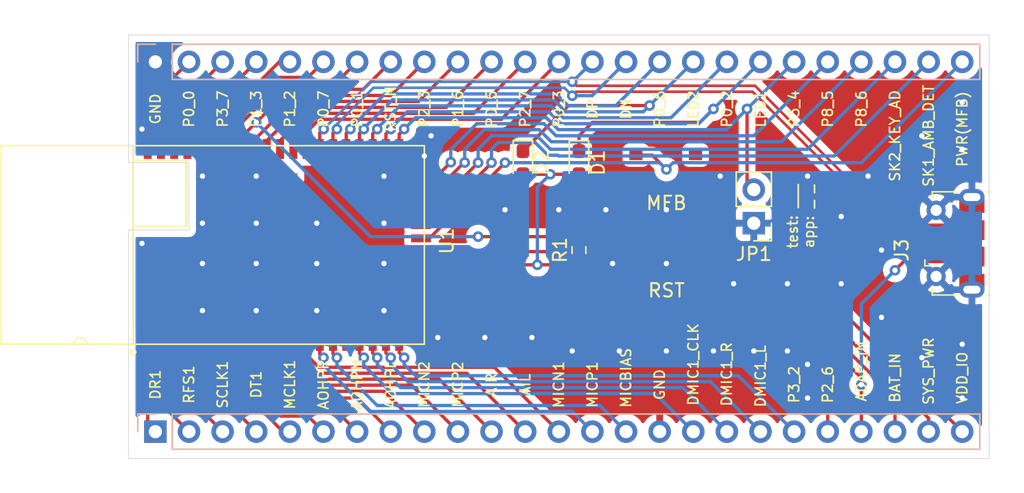
<source format=kicad_pcb>
(kicad_pcb (version 20171130) (host pcbnew "(5.1.9)-1")

  (general
    (thickness 1.6)
    (drawings 59)
    (tracks 400)
    (zones 0)
    (modules 10)
    (nets 50)
  )

  (page A4)
  (layers
    (0 F.Cu signal)
    (31 B.Cu signal)
    (32 B.Adhes user)
    (33 F.Adhes user)
    (34 B.Paste user)
    (35 F.Paste user)
    (36 B.SilkS user)
    (37 F.SilkS user)
    (38 B.Mask user)
    (39 F.Mask user)
    (40 Dwgs.User user)
    (41 Cmts.User user)
    (42 Eco1.User user)
    (43 Eco2.User user)
    (44 Edge.Cuts user)
    (45 Margin user)
    (46 B.CrtYd user)
    (47 F.CrtYd user)
    (48 B.Fab user)
    (49 F.Fab user)
  )

  (setup
    (last_trace_width 0.25)
    (trace_clearance 0.2)
    (zone_clearance 0.508)
    (zone_45_only no)
    (trace_min 0.2)
    (via_size 0.8)
    (via_drill 0.4)
    (via_min_size 0.4)
    (via_min_drill 0.3)
    (uvia_size 0.3)
    (uvia_drill 0.1)
    (uvias_allowed no)
    (uvia_min_size 0.2)
    (uvia_min_drill 0.1)
    (edge_width 0.05)
    (segment_width 0.2)
    (pcb_text_width 0.3)
    (pcb_text_size 1.5 1.5)
    (mod_edge_width 0.12)
    (mod_text_size 1 1)
    (mod_text_width 0.15)
    (pad_size 0.4 1.35)
    (pad_drill 0)
    (pad_to_mask_clearance 0)
    (aux_axis_origin 0 0)
    (visible_elements 7FFFFFFF)
    (pcbplotparams
      (layerselection 0x010fc_ffffffff)
      (usegerberextensions false)
      (usegerberattributes true)
      (usegerberadvancedattributes true)
      (creategerberjobfile true)
      (excludeedgelayer true)
      (linewidth 0.100000)
      (plotframeref false)
      (viasonmask false)
      (mode 1)
      (useauxorigin false)
      (hpglpennumber 1)
      (hpglpenspeed 20)
      (hpglpendiameter 15.000000)
      (psnegative false)
      (psa4output false)
      (plotreference true)
      (plotvalue true)
      (plotinvisibletext false)
      (padsonsilk false)
      (subtractmaskfromsilk false)
      (outputformat 1)
      (mirror false)
      (drillshape 0)
      (scaleselection 1)
      (outputdirectory "gerbers/"))
  )

  (net 0 "")
  (net 1 /SYS_PWR)
  (net 2 /LED1)
  (net 3 /LED2)
  (net 4 /VDD_IO)
  (net 5 /BAT_IN)
  (net 6 /ADAP_IN)
  (net 7 /P2_6)
  (net 8 /P3_2)
  (net 9 /DMIC1_L)
  (net 10 /DMIC1_R)
  (net 11 /DMIC1_CLK)
  (net 12 GND)
  (net 13 /MICBIAS)
  (net 14 /MICP1)
  (net 15 /MICN1)
  (net 16 /AIL)
  (net 17 /AIR)
  (net 18 /MICP2)
  (net 19 /MICN2)
  (net 20 /AOHPL)
  (net 21 /AOHPM)
  (net 22 /AOHPR)
  (net 23 /MCLK1)
  (net 24 /DT1)
  (net 25 /SCLK1)
  (net 26 /RFS1)
  (net 27 /DR1)
  (net 28 "/PWR(MFB)")
  (net 29 /SK1_AMB_DET)
  (net 30 /SK2_KEY_AD)
  (net 31 /P8_6)
  (net 32 /P8_5)
  (net 33 /P3_4)
  (net 34 /P0_2)
  (net 35 /P0_6)
  (net 36 /DP)
  (net 37 /P0_3)
  (net 38 /P2_7)
  (net 39 /P0_5)
  (net 40 /P1_6)
  (net 41 /P2_3)
  (net 42 /RST_N)
  (net 43 /P0_1)
  (net 44 /P0_7)
  (net 45 /P1_2)
  (net 46 /P1_3)
  (net 47 /P3_7)
  (net 48 /P0_0)
  (net 49 /DN)

  (net_class Default "This is the default net class."
    (clearance 0.2)
    (trace_width 0.25)
    (via_dia 0.8)
    (via_drill 0.4)
    (uvia_dia 0.3)
    (uvia_drill 0.1)
    (add_net /ADAP_IN)
    (add_net /AIL)
    (add_net /AIR)
    (add_net /AOHPL)
    (add_net /AOHPM)
    (add_net /AOHPR)
    (add_net /BAT_IN)
    (add_net /DMIC1_CLK)
    (add_net /DMIC1_L)
    (add_net /DMIC1_R)
    (add_net /DN)
    (add_net /DP)
    (add_net /DR1)
    (add_net /DT1)
    (add_net /LED1)
    (add_net /LED2)
    (add_net /MCLK1)
    (add_net /MICBIAS)
    (add_net /MICN1)
    (add_net /MICN2)
    (add_net /MICP1)
    (add_net /MICP2)
    (add_net /P0_0)
    (add_net /P0_1)
    (add_net /P0_2)
    (add_net /P0_3)
    (add_net /P0_5)
    (add_net /P0_6)
    (add_net /P0_7)
    (add_net /P1_2)
    (add_net /P1_3)
    (add_net /P1_6)
    (add_net /P2_3)
    (add_net /P2_6)
    (add_net /P2_7)
    (add_net /P3_2)
    (add_net /P3_4)
    (add_net /P3_7)
    (add_net /P8_5)
    (add_net /P8_6)
    (add_net "/PWR(MFB)")
    (add_net /RFS1)
    (add_net /RST_N)
    (add_net /SCLK1)
    (add_net /SK1_AMB_DET)
    (add_net /SK2_KEY_AD)
    (add_net /SYS_PWR)
    (add_net /VDD_IO)
    (add_net GND)
  )

  (module Connector_USB:USB_Micro-B_Molex-105017-0001 (layer F.Cu) (tedit 61F57A50) (tstamp 61C08295)
    (at 134.112 97.536 90)
    (descr http://www.molex.com/pdm_docs/sd/1050170001_sd.pdf)
    (tags "Micro-USB SMD Typ-B")
    (path /61CEBDB7)
    (attr smd)
    (fp_text reference J3 (at -0.508 -4.064 90) (layer F.SilkS)
      (effects (font (size 1 1) (thickness 0.15)))
    )
    (fp_text value USB_B_Micro (at 0.3 4.3375 90) (layer F.Fab)
      (effects (font (size 1 1) (thickness 0.15)))
    )
    (fp_line (start -1.1 -2.1225) (end -1.1 -1.9125) (layer F.Fab) (width 0.1))
    (fp_line (start -1.5 -2.1225) (end -1.5 -1.9125) (layer F.Fab) (width 0.1))
    (fp_line (start -1.5 -2.1225) (end -1.1 -2.1225) (layer F.Fab) (width 0.1))
    (fp_line (start -1.1 -1.9125) (end -1.3 -1.7125) (layer F.Fab) (width 0.1))
    (fp_line (start -1.3 -1.7125) (end -1.5 -1.9125) (layer F.Fab) (width 0.1))
    (fp_line (start -1.7 -2.3125) (end -1.7 -1.8625) (layer F.SilkS) (width 0.12))
    (fp_line (start -1.7 -2.3125) (end -1.25 -2.3125) (layer F.SilkS) (width 0.12))
    (fp_line (start 3.9 -1.7625) (end 3.45 -1.7625) (layer F.SilkS) (width 0.12))
    (fp_line (start 3.9 0.0875) (end 3.9 -1.7625) (layer F.SilkS) (width 0.12))
    (fp_line (start -3.9 2.6375) (end -3.9 2.3875) (layer F.SilkS) (width 0.12))
    (fp_line (start -3.75 3.3875) (end -3.75 -1.6125) (layer F.Fab) (width 0.1))
    (fp_line (start -3.75 -1.6125) (end 3.75 -1.6125) (layer F.Fab) (width 0.1))
    (fp_line (start -3.75 3.389204) (end 3.75 3.389204) (layer F.Fab) (width 0.1))
    (fp_line (start -3 2.689204) (end 3 2.689204) (layer F.Fab) (width 0.1))
    (fp_line (start 3.75 3.3875) (end 3.75 -1.6125) (layer F.Fab) (width 0.1))
    (fp_line (start 3.9 2.6375) (end 3.9 2.3875) (layer F.SilkS) (width 0.12))
    (fp_line (start -3.9 0.0875) (end -3.9 -1.7625) (layer F.SilkS) (width 0.12))
    (fp_line (start -3.9 -1.7625) (end -3.45 -1.7625) (layer F.SilkS) (width 0.12))
    (fp_line (start -4.4 3.64) (end -4.4 -2.46) (layer F.CrtYd) (width 0.05))
    (fp_line (start -4.4 -2.46) (end 4.4 -2.46) (layer F.CrtYd) (width 0.05))
    (fp_line (start 4.4 -2.46) (end 4.4 3.64) (layer F.CrtYd) (width 0.05))
    (fp_line (start -4.4 3.64) (end 4.4 3.64) (layer F.CrtYd) (width 0.05))
    (fp_text user %R (at 0 0.8875 90) (layer F.Fab)
      (effects (font (size 1 1) (thickness 0.15)))
    )
    (fp_text user "PCB Edge" (at 0 2.6875 90) (layer Dwgs.User)
      (effects (font (size 0.5 0.5) (thickness 0.08)))
    )
    (pad 6 smd rect (at -2.9 1.2375 90) (size 1.2 1.9) (layers F.Cu F.Mask)
      (net 12 GND))
    (pad 6 smd rect (at 2.9 1.2375 90) (size 1.2 1.9) (layers F.Cu F.Mask)
      (net 12 GND))
    (pad 6 thru_hole oval (at 3.5 1.2375 90) (size 1.2 1.9) (drill oval 0.6 1.3) (layers *.Cu *.Mask)
      (net 12 GND))
    (pad 6 thru_hole oval (at -3.5 1.2375 270) (size 1.2 1.9) (drill oval 0.6 1.3) (layers *.Cu *.Mask)
      (net 12 GND))
    (pad 6 smd rect (at -1 1.2375 90) (size 1.5 1.9) (layers F.Cu F.Paste F.Mask)
      (net 12 GND))
    (pad 6 thru_hole circle (at 2.5 -1.4625 90) (size 1.45 1.45) (drill 0.85) (layers *.Cu *.Mask)
      (net 12 GND))
    (pad 3 smd rect (at 0 -1.4625 90) (size 0.4 1.35) (layers F.Cu F.Paste F.Mask)
      (net 36 /DP))
    (pad 4 smd rect (at 0.65 -1.4625 90) (size 0.4 1.35) (layers F.Cu F.Paste F.Mask)
      (net 12 GND) (zone_connect 2))
    (pad 5 smd rect (at 1.3 -1.4625 90) (size 0.4 1.35) (layers F.Cu F.Paste F.Mask)
      (net 12 GND) (zone_connect 2))
    (pad 1 smd rect (at -1.3 -1.4625 90) (size 0.4 1.35) (layers F.Cu F.Paste F.Mask)
      (net 6 /ADAP_IN))
    (pad 2 smd rect (at -0.65 -1.4625 90) (size 0.4 1.35) (layers F.Cu F.Paste F.Mask)
      (net 49 /DN))
    (pad 6 thru_hole circle (at -2.5 -1.4625 90) (size 1.45 1.45) (drill 0.85) (layers *.Cu *.Mask)
      (net 12 GND))
    (pad 6 smd rect (at 1 1.2375 90) (size 1.5 1.9) (layers F.Cu F.Paste F.Mask)
      (net 12 GND))
    (model ${KISYS3DMOD}/Connector_USB.3dshapes/USB_Micro-B_Molex-105017-0001.wrl
      (at (xyz 0 0 0))
      (scale (xyz 1 1 1))
      (rotate (xyz 0 0 0))
    )
  )

  (module Connector_PinHeader_2.54mm:PinHeader_1x25_P2.54mm_Vertical (layer B.Cu) (tedit 59FED5CC) (tstamp 61C03F41)
    (at 73.66 111.76 270)
    (descr "Through hole straight pin header, 1x25, 2.54mm pitch, single row")
    (tags "Through hole pin header THT 1x25 2.54mm single row")
    (path /61C0551A)
    (fp_text reference J1 (at 0 2.33 270) (layer B.SilkS) hide
      (effects (font (size 1 1) (thickness 0.15)) (justify mirror))
    )
    (fp_text value Conn_01x25 (at 0 -63.29 270) (layer B.Fab)
      (effects (font (size 1 1) (thickness 0.15)) (justify mirror))
    )
    (fp_line (start 1.8 1.8) (end -1.8 1.8) (layer B.CrtYd) (width 0.05))
    (fp_line (start 1.8 -62.75) (end 1.8 1.8) (layer B.CrtYd) (width 0.05))
    (fp_line (start -1.8 -62.75) (end 1.8 -62.75) (layer B.CrtYd) (width 0.05))
    (fp_line (start -1.8 1.8) (end -1.8 -62.75) (layer B.CrtYd) (width 0.05))
    (fp_line (start -1.33 1.33) (end 0 1.33) (layer B.SilkS) (width 0.12))
    (fp_line (start -1.33 0) (end -1.33 1.33) (layer B.SilkS) (width 0.12))
    (fp_line (start -1.33 -1.27) (end 1.33 -1.27) (layer B.SilkS) (width 0.12))
    (fp_line (start 1.33 -1.27) (end 1.33 -62.29) (layer B.SilkS) (width 0.12))
    (fp_line (start -1.33 -1.27) (end -1.33 -62.29) (layer B.SilkS) (width 0.12))
    (fp_line (start -1.33 -62.29) (end 1.33 -62.29) (layer B.SilkS) (width 0.12))
    (fp_line (start -1.27 0.635) (end -0.635 1.27) (layer B.Fab) (width 0.1))
    (fp_line (start -1.27 -62.23) (end -1.27 0.635) (layer B.Fab) (width 0.1))
    (fp_line (start 1.27 -62.23) (end -1.27 -62.23) (layer B.Fab) (width 0.1))
    (fp_line (start 1.27 1.27) (end 1.27 -62.23) (layer B.Fab) (width 0.1))
    (fp_line (start -0.635 1.27) (end 1.27 1.27) (layer B.Fab) (width 0.1))
    (fp_text user %R (at 0 -30.48) (layer B.Fab)
      (effects (font (size 1 1) (thickness 0.15)) (justify mirror))
    )
    (pad 25 thru_hole oval (at 0 -60.96 270) (size 1.7 1.7) (drill 1) (layers *.Cu *.Mask)
      (net 4 /VDD_IO))
    (pad 24 thru_hole oval (at 0 -58.42 270) (size 1.7 1.7) (drill 1) (layers *.Cu *.Mask)
      (net 1 /SYS_PWR))
    (pad 23 thru_hole oval (at 0 -55.88 270) (size 1.7 1.7) (drill 1) (layers *.Cu *.Mask)
      (net 5 /BAT_IN))
    (pad 22 thru_hole oval (at 0 -53.34 270) (size 1.7 1.7) (drill 1) (layers *.Cu *.Mask)
      (net 6 /ADAP_IN))
    (pad 21 thru_hole oval (at 0 -50.8 270) (size 1.7 1.7) (drill 1) (layers *.Cu *.Mask)
      (net 7 /P2_6))
    (pad 20 thru_hole oval (at 0 -48.26 270) (size 1.7 1.7) (drill 1) (layers *.Cu *.Mask)
      (net 8 /P3_2))
    (pad 19 thru_hole oval (at 0 -45.72 270) (size 1.7 1.7) (drill 1) (layers *.Cu *.Mask)
      (net 9 /DMIC1_L))
    (pad 18 thru_hole oval (at 0 -43.18 270) (size 1.7 1.7) (drill 1) (layers *.Cu *.Mask)
      (net 10 /DMIC1_R))
    (pad 17 thru_hole oval (at 0 -40.64 270) (size 1.7 1.7) (drill 1) (layers *.Cu *.Mask)
      (net 11 /DMIC1_CLK))
    (pad 16 thru_hole oval (at 0 -38.1 270) (size 1.7 1.7) (drill 1) (layers *.Cu *.Mask)
      (net 12 GND))
    (pad 15 thru_hole oval (at 0 -35.56 270) (size 1.7 1.7) (drill 1) (layers *.Cu *.Mask)
      (net 13 /MICBIAS))
    (pad 14 thru_hole oval (at 0 -33.02 270) (size 1.7 1.7) (drill 1) (layers *.Cu *.Mask)
      (net 14 /MICP1))
    (pad 13 thru_hole oval (at 0 -30.48 270) (size 1.7 1.7) (drill 1) (layers *.Cu *.Mask)
      (net 15 /MICN1))
    (pad 12 thru_hole oval (at 0 -27.94 270) (size 1.7 1.7) (drill 1) (layers *.Cu *.Mask)
      (net 16 /AIL))
    (pad 11 thru_hole oval (at 0 -25.4 270) (size 1.7 1.7) (drill 1) (layers *.Cu *.Mask)
      (net 17 /AIR))
    (pad 10 thru_hole oval (at 0 -22.86 270) (size 1.7 1.7) (drill 1) (layers *.Cu *.Mask)
      (net 18 /MICP2))
    (pad 9 thru_hole oval (at 0 -20.32 270) (size 1.7 1.7) (drill 1) (layers *.Cu *.Mask)
      (net 19 /MICN2))
    (pad 8 thru_hole oval (at 0 -17.78 270) (size 1.7 1.7) (drill 1) (layers *.Cu *.Mask)
      (net 20 /AOHPL))
    (pad 7 thru_hole oval (at 0 -15.24 270) (size 1.7 1.7) (drill 1) (layers *.Cu *.Mask)
      (net 21 /AOHPM))
    (pad 6 thru_hole oval (at 0 -12.7 270) (size 1.7 1.7) (drill 1) (layers *.Cu *.Mask)
      (net 22 /AOHPR))
    (pad 5 thru_hole oval (at 0 -10.16 270) (size 1.7 1.7) (drill 1) (layers *.Cu *.Mask)
      (net 23 /MCLK1))
    (pad 4 thru_hole oval (at 0 -7.62 270) (size 1.7 1.7) (drill 1) (layers *.Cu *.Mask)
      (net 24 /DT1))
    (pad 3 thru_hole oval (at 0 -5.08 270) (size 1.7 1.7) (drill 1) (layers *.Cu *.Mask)
      (net 25 /SCLK1))
    (pad 2 thru_hole oval (at 0 -2.54 270) (size 1.7 1.7) (drill 1) (layers *.Cu *.Mask)
      (net 26 /RFS1))
    (pad 1 thru_hole rect (at 0 0 270) (size 1.7 1.7) (drill 1) (layers *.Cu *.Mask)
      (net 27 /DR1))
    (model ${KISYS3DMOD}/Connector_PinHeader_2.54mm.3dshapes/PinHeader_1x25_P2.54mm_Vertical.wrl
      (at (xyz 0 0 0))
      (scale (xyz 1 1 1))
      (rotate (xyz 0 0 0))
    )
  )

  (module BM83:BM83 (layer F.Cu) (tedit 61BF38B1) (tstamp 61C052F9)
    (at 93.98 105.156 90)
    (path /61BF8B7F)
    (fp_text reference U1 (at 7.8 1.7 90) (layer F.SilkS)
      (effects (font (size 1 1) (thickness 0.15)))
    )
    (fp_text value BM83 (at 7.5 3.3 90) (layer F.Fab)
      (effects (font (size 1 1) (thickness 0.15)))
    )
    (fp_circle (center -0.6 -22) (end -0.6 -21.8) (layer F.SilkS) (width 0.12))
    (fp_line (start 13.9 -18) (end 13.9 -22) (layer F.SilkS) (width 0.12))
    (fp_line (start 8.9 -18) (end 13.9 -18) (layer F.SilkS) (width 0.12))
    (fp_line (start 8.9 -22) (end 8.9 -18) (layer F.SilkS) (width 0.12))
    (fp_line (start 0 -22) (end 15 -22) (layer F.SilkS) (width 0.12))
    (fp_line (start 15 0) (end 0 0) (layer F.SilkS) (width 0.12))
    (fp_line (start 15 -32) (end 15 0) (layer F.SilkS) (width 0.12))
    (fp_line (start 0 -32) (end 15 -32) (layer F.SilkS) (width 0.12))
    (fp_line (start 0 0) (end 0 -32) (layer F.SilkS) (width 0.12))
    (fp_arc (start 0 -26) (end 0 -26.5) (angle 180) (layer F.SilkS) (width 0.12))
    (pad 50 smd rect (at 12.27 -10.47 270) (size 1.78 1.78) (drill (offset 0.25 0)) (layers F.Cu F.Paste F.Mask)
      (net 12 GND))
    (pad 50 smd rect (at 4.21 -20.58 270) (size 2.79 0.76) (drill (offset 0.25 0)) (layers F.Cu F.Paste F.Mask)
      (net 12 GND))
    (pad 50 smd rect (at 15 -20.9 270) (size 1.5 0.6) (drill (offset 0.25 0)) (layers F.Cu F.Paste F.Mask)
      (net 12 GND))
    (pad 49 smd rect (at 15 -19.9 270) (size 1.5 0.6) (drill (offset 0.25 0)) (layers F.Cu F.Paste F.Mask)
      (net 48 /P0_0))
    (pad 48 smd rect (at 15 -18.9 270) (size 1.5 0.6) (drill (offset 0.25 0)) (layers F.Cu F.Paste F.Mask)
      (net 47 /P3_7))
    (pad 47 smd rect (at 15 -17.9 270) (size 1.5 0.6) (drill (offset 0.25 0)) (layers F.Cu F.Paste F.Mask)
      (net 46 /P1_3))
    (pad 46 smd rect (at 15 -16.9 270) (size 1.5 0.6) (drill (offset 0.25 0)) (layers F.Cu F.Paste F.Mask)
      (net 45 /P1_2))
    (pad 45 smd rect (at 15 -15.9 270) (size 1.5 0.6) (drill (offset 0.25 0)) (layers F.Cu F.Paste F.Mask)
      (net 44 /P0_7))
    (pad 44 smd rect (at 15 -14.9 270) (size 1.5 0.6) (drill (offset 0.25 0)) (layers F.Cu F.Paste F.Mask)
      (net 43 /P0_1))
    (pad 43 smd rect (at 15 -13.9 270) (size 1.5 0.6) (drill (offset 0.25 0)) (layers F.Cu F.Paste F.Mask)
      (net 42 /RST_N))
    (pad 42 smd rect (at 15 -12.9 270) (size 1.5 0.6) (drill (offset 0.25 0)) (layers F.Cu F.Paste F.Mask)
      (net 41 /P2_3))
    (pad 41 smd rect (at 15 -11.9 270) (size 1.5 0.6) (drill (offset 0.25 0)) (layers F.Cu F.Paste F.Mask)
      (net 40 /P1_6))
    (pad 40 smd rect (at 15 -10.9 270) (size 1.5 0.6) (drill (offset 0.25 0)) (layers F.Cu F.Paste F.Mask)
      (net 39 /P0_5))
    (pad 39 smd rect (at 15 -9.9 270) (size 1.5 0.6) (drill (offset 0.25 0)) (layers F.Cu F.Paste F.Mask)
      (net 38 /P2_7))
    (pad 38 smd rect (at 15 -8.9 270) (size 1.5 0.6) (drill (offset 0.25 0)) (layers F.Cu F.Paste F.Mask)
      (net 37 /P0_3))
    (pad 37 smd rect (at 15 -7.9 270) (size 1.5 0.6) (drill (offset 0.25 0)) (layers F.Cu F.Paste F.Mask)
      (net 36 /DP))
    (pad 36 smd rect (at 15 -6.9 270) (size 1.5 0.6) (drill (offset 0.25 0)) (layers F.Cu F.Paste F.Mask)
      (net 49 /DN))
    (pad 35 smd rect (at 15 -5.9 270) (size 1.5 0.6) (drill (offset 0.25 0)) (layers F.Cu F.Paste F.Mask)
      (net 35 /P0_6))
    (pad 34 smd rect (at 15 -4.9 270) (size 1.5 0.6) (drill (offset 0.25 0)) (layers F.Cu F.Paste F.Mask)
      (net 3 /LED2))
    (pad 33 smd rect (at 15 -3.9 270) (size 1.5 0.6) (drill (offset 0.25 0)) (layers F.Cu F.Paste F.Mask)
      (net 34 /P0_2))
    (pad 32 smd rect (at 15 -2.9 270) (size 1.5 0.6) (drill (offset 0.25 0)) (layers F.Cu F.Paste F.Mask)
      (net 2 /LED1))
    (pad 31 smd rect (at 15 -1.9 270) (size 1.5 0.6) (drill (offset 0.25 0)) (layers F.Cu F.Paste F.Mask)
      (net 33 /P3_4))
    (pad 30 smd rect (at 12 0 180) (size 1.5 0.6) (drill (offset 0.25 0)) (layers F.Cu F.Paste F.Mask)
      (net 32 /P8_5))
    (pad 29 smd rect (at 11 0 180) (size 1.5 0.6) (drill (offset 0.25 0)) (layers F.Cu F.Paste F.Mask)
      (net 31 /P8_6))
    (pad 28 smd rect (at 10 0 180) (size 1.5 0.6) (drill (offset 0.25 0)) (layers F.Cu F.Paste F.Mask)
      (net 30 /SK2_KEY_AD))
    (pad 27 smd rect (at 9 0 180) (size 1.5 0.6) (drill (offset 0.25 0)) (layers F.Cu F.Paste F.Mask)
      (net 29 /SK1_AMB_DET))
    (pad 26 smd rect (at 8 0 180) (size 1.5 0.6) (drill (offset 0.25 0)) (layers F.Cu F.Paste F.Mask)
      (net 28 "/PWR(MFB)"))
    (pad 25 smd rect (at 7 0 180) (size 1.5 0.6) (drill (offset 0.25 0)) (layers F.Cu F.Paste F.Mask)
      (net 4 /VDD_IO))
    (pad 24 smd rect (at 6 0 180) (size 1.5 0.6) (drill (offset 0.25 0)) (layers F.Cu F.Paste F.Mask)
      (net 1 /SYS_PWR))
    (pad 23 smd rect (at 5 0 180) (size 1.5 0.6) (drill (offset 0.25 0)) (layers F.Cu F.Paste F.Mask)
      (net 5 /BAT_IN))
    (pad 22 smd rect (at 4 0 180) (size 1.5 0.6) (drill (offset 0.25 0)) (layers F.Cu F.Paste F.Mask)
      (net 6 /ADAP_IN))
    (pad 21 smd rect (at 3 0 180) (size 1.5 0.6) (drill (offset 0.25 0)) (layers F.Cu F.Paste F.Mask)
      (net 7 /P2_6))
    (pad 20 smd rect (at 0 -1.9 90) (size 1.5 0.6) (drill (offset 0.25 0)) (layers F.Cu F.Paste F.Mask)
      (net 8 /P3_2))
    (pad 19 smd rect (at 0 -2.9 90) (size 1.5 0.6) (drill (offset 0.25 0)) (layers F.Cu F.Paste F.Mask)
      (net 9 /DMIC1_L))
    (pad 18 smd rect (at 0 -3.9 90) (size 1.5 0.6) (drill (offset 0.25 0)) (layers F.Cu F.Paste F.Mask)
      (net 10 /DMIC1_R))
    (pad 17 smd rect (at 0 -4.9 90) (size 1.5 0.6) (drill (offset 0.25 0)) (layers F.Cu F.Paste F.Mask)
      (net 11 /DMIC1_CLK))
    (pad 16 smd rect (at 0 -5.9 90) (size 1.5 0.6) (drill (offset 0.25 0)) (layers F.Cu F.Paste F.Mask)
      (net 12 GND))
    (pad 15 smd rect (at 0 -6.9 90) (size 1.5 0.6) (drill (offset 0.25 0)) (layers F.Cu F.Paste F.Mask)
      (net 13 /MICBIAS))
    (pad 14 smd rect (at 0 -7.9 90) (size 1.5 0.6) (drill (offset 0.25 0)) (layers F.Cu F.Paste F.Mask)
      (net 14 /MICP1))
    (pad 13 smd rect (at 0 -8.9 90) (size 1.5 0.6) (drill (offset 0.25 0)) (layers F.Cu F.Paste F.Mask)
      (net 15 /MICN1))
    (pad 12 smd rect (at 0 -9.9 90) (size 1.5 0.6) (drill (offset 0.25 0)) (layers F.Cu F.Paste F.Mask)
      (net 16 /AIL))
    (pad 11 smd rect (at 0 -10.9 90) (size 1.5 0.6) (drill (offset 0.25 0)) (layers F.Cu F.Paste F.Mask)
      (net 17 /AIR))
    (pad 10 smd rect (at 0 -11.9 90) (size 1.5 0.6) (drill (offset 0.25 0)) (layers F.Cu F.Paste F.Mask)
      (net 18 /MICP2))
    (pad 9 smd rect (at 0 -12.9 90) (size 1.5 0.6) (drill (offset 0.25 0)) (layers F.Cu F.Paste F.Mask)
      (net 19 /MICN2))
    (pad 8 smd rect (at 0 -13.9 90) (size 1.5 0.6) (drill (offset 0.25 0)) (layers F.Cu F.Paste F.Mask)
      (net 20 /AOHPL))
    (pad 7 smd rect (at 0 -14.9 90) (size 1.5 0.6) (drill (offset 0.25 0)) (layers F.Cu F.Paste F.Mask)
      (net 21 /AOHPM))
    (pad 6 smd rect (at 0 -15.9 90) (size 1.5 0.6) (drill (offset 0.25 0)) (layers F.Cu F.Paste F.Mask)
      (net 22 /AOHPR))
    (pad 5 smd rect (at 0 -16.9 90) (size 1.5 0.6) (drill (offset 0.25 0)) (layers F.Cu F.Paste F.Mask)
      (net 23 /MCLK1))
    (pad 4 smd rect (at 0 -17.9 90) (size 1.5 0.6) (drill (offset 0.25 0)) (layers F.Cu F.Paste F.Mask)
      (net 24 /DT1))
    (pad 3 smd rect (at 0 -18.9 90) (size 1.5 0.6) (drill (offset 0.25 0)) (layers F.Cu F.Paste F.Mask)
      (net 25 /SCLK1))
    (pad 2 smd rect (at 0 -19.9 90) (size 1.5 0.6) (drill (offset 0.25 0)) (layers F.Cu F.Paste F.Mask)
      (net 26 /RFS1))
    (pad 1 smd rect (at 0 -20.9 90) (size 1.5 0.6) (drill (offset 0.25 0)) (layers F.Cu F.Paste F.Mask)
      (net 27 /DR1))
  )

  (module TL3365_button:TL3365_button (layer F.Cu) (tedit 610B09D1) (tstamp 61C03FA5)
    (at 112.268 98.044)
    (path /61BFC36C)
    (fp_text reference RST (at 0 3.048) (layer F.SilkS)
      (effects (font (size 1.016 1.016) (thickness 0.1524)))
    )
    (fp_text value RESET (at 0 2.2) (layer F.Fab)
      (effects (font (size 0.5 0.5) (thickness 0.1)))
    )
    (pad 2 smd rect (at -2.198978 -1.071697) (size 1 0.75) (layers F.Cu F.Paste F.Mask)
      (net 42 /RST_N))
    (pad 2 smd rect (at 2.301022 -1.071697) (size 1 0.75) (layers F.Cu F.Paste F.Mask)
      (net 42 /RST_N))
    (pad 1 smd rect (at 2.301022 1.078303) (size 1 0.75) (layers F.Cu F.Paste F.Mask)
      (net 12 GND))
    (pad 1 smd rect (at -2.198978 1.078303) (size 1 0.75) (layers F.Cu F.Paste F.Mask)
      (net 12 GND))
    (model "${KIPRJMOD}/components/TL3365 button/TL3365AF180QG.stp"
      (at (xyz 0 0 0))
      (scale (xyz 1 1 1))
      (rotate (xyz 0 0 0))
    )
  )

  (module TL3365_button:TL3365_button (layer F.Cu) (tedit 610B09D1) (tstamp 61C069EF)
    (at 112.268 91.948 180)
    (path /61C796FE)
    (fp_text reference MFB (at 0 -2.54) (layer F.SilkS)
      (effects (font (size 1.016 1.016) (thickness 0.1524)))
    )
    (fp_text value "PWR MFB" (at 0 2.2) (layer F.Fab)
      (effects (font (size 0.5 0.5) (thickness 0.1)))
    )
    (pad 2 smd rect (at -2.198978 -1.071697 180) (size 1 0.75) (layers F.Cu F.Paste F.Mask)
      (net 1 /SYS_PWR))
    (pad 2 smd rect (at 2.301022 -1.071697 180) (size 1 0.75) (layers F.Cu F.Paste F.Mask)
      (net 1 /SYS_PWR))
    (pad 1 smd rect (at 2.301022 1.078303 180) (size 1 0.75) (layers F.Cu F.Paste F.Mask)
      (net 28 "/PWR(MFB)"))
    (pad 1 smd rect (at -2.198978 1.078303 180) (size 1 0.75) (layers F.Cu F.Paste F.Mask)
      (net 28 "/PWR(MFB)"))
    (model "${KIPRJMOD}/components/TL3365 button/TL3365AF180QG.stp"
      (at (xyz 0 0 0))
      (scale (xyz 1 1 1))
      (rotate (xyz 0 0 0))
    )
  )

  (module Resistor_SMD:R_0603_1608Metric_Pad0.98x0.95mm_HandSolder (layer F.Cu) (tedit 5F68FEEE) (tstamp 61C03F95)
    (at 105.664 98.044 90)
    (descr "Resistor SMD 0603 (1608 Metric), square (rectangular) end terminal, IPC_7351 nominal with elongated pad for handsoldering. (Body size source: IPC-SM-782 page 72, https://www.pcb-3d.com/wordpress/wp-content/uploads/ipc-sm-782a_amendment_1_and_2.pdf), generated with kicad-footprint-generator")
    (tags "resistor handsolder")
    (path /61C2F1DC)
    (attr smd)
    (fp_text reference R1 (at 0 -1.43 90) (layer F.SilkS)
      (effects (font (size 1 1) (thickness 0.15)))
    )
    (fp_text value 4R7 (at 0 1.43 90) (layer F.Fab)
      (effects (font (size 1 1) (thickness 0.15)))
    )
    (fp_line (start 1.65 0.73) (end -1.65 0.73) (layer F.CrtYd) (width 0.05))
    (fp_line (start 1.65 -0.73) (end 1.65 0.73) (layer F.CrtYd) (width 0.05))
    (fp_line (start -1.65 -0.73) (end 1.65 -0.73) (layer F.CrtYd) (width 0.05))
    (fp_line (start -1.65 0.73) (end -1.65 -0.73) (layer F.CrtYd) (width 0.05))
    (fp_line (start -0.254724 0.5225) (end 0.254724 0.5225) (layer F.SilkS) (width 0.12))
    (fp_line (start -0.254724 -0.5225) (end 0.254724 -0.5225) (layer F.SilkS) (width 0.12))
    (fp_line (start 0.8 0.4125) (end -0.8 0.4125) (layer F.Fab) (width 0.1))
    (fp_line (start 0.8 -0.4125) (end 0.8 0.4125) (layer F.Fab) (width 0.1))
    (fp_line (start -0.8 -0.4125) (end 0.8 -0.4125) (layer F.Fab) (width 0.1))
    (fp_line (start -0.8 0.4125) (end -0.8 -0.4125) (layer F.Fab) (width 0.1))
    (fp_text user %R (at 0 0 90) (layer F.Fab)
      (effects (font (size 0.4 0.4) (thickness 0.06)))
    )
    (pad 2 smd roundrect (at 0.9125 0 90) (size 0.975 0.95) (layers F.Cu F.Paste F.Mask) (roundrect_rratio 0.25)
      (net 42 /RST_N))
    (pad 1 smd roundrect (at -0.9125 0 90) (size 0.975 0.95) (layers F.Cu F.Paste F.Mask) (roundrect_rratio 0.25)
      (net 4 /VDD_IO))
    (model ${KISYS3DMOD}/Resistor_SMD.3dshapes/R_0603_1608Metric.wrl
      (at (xyz 0 0 0))
      (scale (xyz 1 1 1))
      (rotate (xyz 0 0 0))
    )
  )

  (module Connector_PinHeader_2.54mm:PinHeader_1x02_P2.54mm_Vertical (layer F.Cu) (tedit 59FED5CC) (tstamp 61C03F84)
    (at 118.872 96.012 180)
    (descr "Through hole straight pin header, 1x02, 2.54mm pitch, single row")
    (tags "Through hole pin header THT 1x02 2.54mm single row")
    (path /61C7E13D)
    (fp_text reference JP1 (at 0 -2.33) (layer F.SilkS)
      (effects (font (size 1 1) (thickness 0.15)))
    )
    (fp_text value Jumper_NO_Small (at 0 4.87) (layer F.Fab)
      (effects (font (size 1 1) (thickness 0.15)))
    )
    (fp_line (start 1.8 -1.8) (end -1.8 -1.8) (layer F.CrtYd) (width 0.05))
    (fp_line (start 1.8 4.35) (end 1.8 -1.8) (layer F.CrtYd) (width 0.05))
    (fp_line (start -1.8 4.35) (end 1.8 4.35) (layer F.CrtYd) (width 0.05))
    (fp_line (start -1.8 -1.8) (end -1.8 4.35) (layer F.CrtYd) (width 0.05))
    (fp_line (start -1.33 -1.33) (end 0 -1.33) (layer F.SilkS) (width 0.12))
    (fp_line (start -1.33 0) (end -1.33 -1.33) (layer F.SilkS) (width 0.12))
    (fp_line (start -1.33 1.27) (end 1.33 1.27) (layer F.SilkS) (width 0.12))
    (fp_line (start 1.33 1.27) (end 1.33 3.87) (layer F.SilkS) (width 0.12))
    (fp_line (start -1.33 1.27) (end -1.33 3.87) (layer F.SilkS) (width 0.12))
    (fp_line (start -1.33 3.87) (end 1.33 3.87) (layer F.SilkS) (width 0.12))
    (fp_line (start -1.27 -0.635) (end -0.635 -1.27) (layer F.Fab) (width 0.1))
    (fp_line (start -1.27 3.81) (end -1.27 -0.635) (layer F.Fab) (width 0.1))
    (fp_line (start 1.27 3.81) (end -1.27 3.81) (layer F.Fab) (width 0.1))
    (fp_line (start 1.27 -1.27) (end 1.27 3.81) (layer F.Fab) (width 0.1))
    (fp_line (start -0.635 -1.27) (end 1.27 -1.27) (layer F.Fab) (width 0.1))
    (fp_text user %R (at 0 1.27 90) (layer F.Fab)
      (effects (font (size 1 1) (thickness 0.15)))
    )
    (pad 2 thru_hole oval (at 0 2.54 180) (size 1.7 1.7) (drill 1) (layers *.Cu *.Mask)
      (net 33 /P3_4))
    (pad 1 thru_hole rect (at 0 0 180) (size 1.7 1.7) (drill 1) (layers *.Cu *.Mask)
      (net 12 GND))
    (model ${KISYS3DMOD}/Connector_PinHeader_2.54mm.3dshapes/PinHeader_1x02_P2.54mm_Vertical.wrl
      (at (xyz 0 0 0))
      (scale (xyz 1 1 1))
      (rotate (xyz 0 0 0))
    )
  )

  (module Connector_PinHeader_2.54mm:PinHeader_1x25_P2.54mm_Vertical (layer B.Cu) (tedit 61BFAB9E) (tstamp 61C04CFF)
    (at 73.66 83.82 270)
    (descr "Through hole straight pin header, 1x25, 2.54mm pitch, single row")
    (tags "Through hole pin header THT 1x25 2.54mm single row")
    (path /61C01F44)
    (fp_text reference J2 (at 0 2.33 270) (layer B.SilkS) hide
      (effects (font (size 1 1) (thickness 0.15)) (justify mirror))
    )
    (fp_text value Conn_01x25 (at 0 -63.29 270) (layer B.Fab)
      (effects (font (size 1 1) (thickness 0.15)) (justify mirror))
    )
    (fp_line (start 1.8 1.8) (end -1.8 1.8) (layer B.CrtYd) (width 0.05))
    (fp_line (start 1.8 -62.75) (end 1.8 1.8) (layer B.CrtYd) (width 0.05))
    (fp_line (start -1.8 -62.75) (end 1.8 -62.75) (layer B.CrtYd) (width 0.05))
    (fp_line (start -1.8 1.8) (end -1.8 -62.75) (layer B.CrtYd) (width 0.05))
    (fp_line (start -1.33 1.33) (end 0 1.33) (layer B.SilkS) (width 0.12))
    (fp_line (start -1.33 0) (end -1.33 1.33) (layer B.SilkS) (width 0.12))
    (fp_line (start -1.33 -1.27) (end 1.33 -1.27) (layer B.SilkS) (width 0.12))
    (fp_line (start 1.33 -1.27) (end 1.33 -62.29) (layer B.SilkS) (width 0.12))
    (fp_line (start -1.33 -1.27) (end -1.33 -62.29) (layer B.SilkS) (width 0.12))
    (fp_line (start -1.33 -62.29) (end 1.33 -62.29) (layer B.SilkS) (width 0.12))
    (fp_line (start -1.27 0.635) (end -0.635 1.27) (layer B.Fab) (width 0.1))
    (fp_line (start -1.27 -62.23) (end -1.27 0.635) (layer B.Fab) (width 0.1))
    (fp_line (start 1.27 -62.23) (end -1.27 -62.23) (layer B.Fab) (width 0.1))
    (fp_line (start 1.27 1.27) (end 1.27 -62.23) (layer B.Fab) (width 0.1))
    (fp_line (start -0.635 1.27) (end 1.27 1.27) (layer B.Fab) (width 0.1))
    (fp_text user %R (at 0 -30.48) (layer B.Fab)
      (effects (font (size 1 1) (thickness 0.15)) (justify mirror))
    )
    (pad 25 thru_hole oval (at 0 -60.96 270) (size 1.7 1.7) (drill 1) (layers *.Cu *.Mask)
      (net 28 "/PWR(MFB)"))
    (pad 24 thru_hole oval (at 0 -58.42 270) (size 1.7 1.7) (drill 1) (layers *.Cu *.Mask)
      (net 29 /SK1_AMB_DET))
    (pad 23 thru_hole oval (at 0 -55.88 270) (size 1.7 1.7) (drill 1) (layers *.Cu *.Mask)
      (net 30 /SK2_KEY_AD))
    (pad 22 thru_hole oval (at 0 -53.34 270) (size 1.7 1.7) (drill 1) (layers *.Cu *.Mask)
      (net 31 /P8_6))
    (pad 21 thru_hole oval (at 0 -50.8 270) (size 1.7 1.7) (drill 1) (layers *.Cu *.Mask)
      (net 32 /P8_5))
    (pad 20 thru_hole oval (at 0 -48.26 270) (size 1.7 1.7) (drill 1) (layers *.Cu *.Mask)
      (net 33 /P3_4))
    (pad 19 thru_hole oval (at 0 -45.72 270) (size 1.7 1.7) (drill 1) (layers *.Cu *.Mask)
      (net 2 /LED1))
    (pad 18 thru_hole oval (at 0 -43.18 270) (size 1.7 1.7) (drill 1) (layers *.Cu *.Mask)
      (net 34 /P0_2))
    (pad 17 thru_hole oval (at 0 -40.64 270) (size 1.7 1.7) (drill 1) (layers *.Cu *.Mask)
      (net 3 /LED2))
    (pad 16 thru_hole oval (at 0 -38.1 270) (size 1.7 1.7) (drill 1) (layers *.Cu *.Mask)
      (net 35 /P0_6))
    (pad 15 thru_hole oval (at 0 -35.56 270) (size 1.7 1.7) (drill 1) (layers *.Cu *.Mask)
      (net 49 /DN))
    (pad 14 thru_hole oval (at 0 -33.02 270) (size 1.7 1.7) (drill 1) (layers *.Cu *.Mask)
      (net 36 /DP))
    (pad 13 thru_hole oval (at 0 -30.48 270) (size 1.7 1.7) (drill 1) (layers *.Cu *.Mask)
      (net 37 /P0_3))
    (pad 12 thru_hole oval (at 0 -27.94 270) (size 1.7 1.7) (drill 1) (layers *.Cu *.Mask)
      (net 38 /P2_7))
    (pad 11 thru_hole oval (at 0 -25.4 270) (size 1.7 1.7) (drill 1) (layers *.Cu *.Mask)
      (net 39 /P0_5))
    (pad 10 thru_hole oval (at 0 -22.86 270) (size 1.7 1.7) (drill 1) (layers *.Cu *.Mask)
      (net 40 /P1_6))
    (pad 9 thru_hole oval (at 0 -20.32 270) (size 1.7 1.7) (drill 1) (layers *.Cu *.Mask)
      (net 41 /P2_3))
    (pad 8 thru_hole oval (at 0 -17.78 270) (size 1.7 1.7) (drill 1) (layers *.Cu *.Mask)
      (net 42 /RST_N))
    (pad 7 thru_hole oval (at 0 -15.24 270) (size 1.7 1.7) (drill 1) (layers *.Cu *.Mask)
      (net 43 /P0_1))
    (pad 6 thru_hole oval (at 0 -12.7 270) (size 1.7 1.7) (drill 1) (layers *.Cu *.Mask)
      (net 44 /P0_7))
    (pad 5 thru_hole oval (at 0 -10.16 270) (size 1.7 1.7) (drill 1) (layers *.Cu *.Mask)
      (net 45 /P1_2))
    (pad 4 thru_hole oval (at 0 -7.62 270) (size 1.7 1.7) (drill 1) (layers *.Cu *.Mask)
      (net 46 /P1_3))
    (pad 3 thru_hole oval (at 0 -5.08 270) (size 1.7 1.7) (drill 1) (layers *.Cu *.Mask)
      (net 47 /P3_7))
    (pad 2 thru_hole oval (at 0 -2.54 270) (size 1.7 1.7) (drill 1) (layers *.Cu *.Mask)
      (net 48 /P0_0))
    (pad 1 thru_hole rect (at 0 0 270) (size 1.7 1.7) (drill 1) (layers *.Cu *.Mask)
      (net 12 GND) (zone_connect 2))
    (model ${KISYS3DMOD}/Connector_PinHeader_2.54mm.3dshapes/PinHeader_1x25_P2.54mm_Vertical.wrl
      (at (xyz 0 0 0))
      (scale (xyz 1 1 1))
      (rotate (xyz 0 0 0))
    )
  )

  (module LED_SMD:LED_0603_1608Metric_Pad1.05x0.95mm_HandSolder (layer F.Cu) (tedit 5F68FEF1) (tstamp 61C060ED)
    (at 101.428 91.44 270)
    (descr "LED SMD 0603 (1608 Metric), square (rectangular) end terminal, IPC_7351 nominal, (Body size source: http://www.tortai-tech.com/upload/download/2011102023233369053.pdf), generated with kicad-footprint-generator")
    (tags "LED handsolder")
    (path /61C56D23)
    (attr smd)
    (fp_text reference D2 (at 0 -1.43 90) (layer F.SilkS)
      (effects (font (size 1 1) (thickness 0.15)))
    )
    (fp_text value LED2 (at 0 1.43 90) (layer F.Fab)
      (effects (font (size 1 1) (thickness 0.15)))
    )
    (fp_line (start 1.65 0.73) (end -1.65 0.73) (layer F.CrtYd) (width 0.05))
    (fp_line (start 1.65 -0.73) (end 1.65 0.73) (layer F.CrtYd) (width 0.05))
    (fp_line (start -1.65 -0.73) (end 1.65 -0.73) (layer F.CrtYd) (width 0.05))
    (fp_line (start -1.65 0.73) (end -1.65 -0.73) (layer F.CrtYd) (width 0.05))
    (fp_line (start -1.66 0.735) (end 0.8 0.735) (layer F.SilkS) (width 0.12))
    (fp_line (start -1.66 -0.735) (end -1.66 0.735) (layer F.SilkS) (width 0.12))
    (fp_line (start 0.8 -0.735) (end -1.66 -0.735) (layer F.SilkS) (width 0.12))
    (fp_line (start 0.8 0.4) (end 0.8 -0.4) (layer F.Fab) (width 0.1))
    (fp_line (start -0.8 0.4) (end 0.8 0.4) (layer F.Fab) (width 0.1))
    (fp_line (start -0.8 -0.1) (end -0.8 0.4) (layer F.Fab) (width 0.1))
    (fp_line (start -0.5 -0.4) (end -0.8 -0.1) (layer F.Fab) (width 0.1))
    (fp_line (start 0.8 -0.4) (end -0.5 -0.4) (layer F.Fab) (width 0.1))
    (fp_text user %R (at 0 0 90) (layer F.Fab)
      (effects (font (size 0.4 0.4) (thickness 0.06)))
    )
    (pad 2 smd roundrect (at 0.875 0 270) (size 1.05 0.95) (layers F.Cu F.Paste F.Mask) (roundrect_rratio 0.25)
      (net 1 /SYS_PWR))
    (pad 1 smd roundrect (at -0.875 0 270) (size 1.05 0.95) (layers F.Cu F.Paste F.Mask) (roundrect_rratio 0.25)
      (net 3 /LED2))
    (model ${KISYS3DMOD}/LED_SMD.3dshapes/LED_0603_1608Metric.wrl
      (at (xyz 0 0 0))
      (scale (xyz 1 1 1))
      (rotate (xyz 0 0 0))
    )
  )

  (module LED_SMD:LED_0603_1608Metric_Pad1.05x0.95mm_HandSolder (layer F.Cu) (tedit 5F68FEF1) (tstamp 61C03F01)
    (at 105.664 91.44 270)
    (descr "LED SMD 0603 (1608 Metric), square (rectangular) end terminal, IPC_7351 nominal, (Body size source: http://www.tortai-tech.com/upload/download/2011102023233369053.pdf), generated with kicad-footprint-generator")
    (tags "LED handsolder")
    (path /61C564D1)
    (attr smd)
    (fp_text reference D1 (at 0 -1.43 90) (layer F.SilkS)
      (effects (font (size 1 1) (thickness 0.15)))
    )
    (fp_text value LED1 (at 0 1.43 90) (layer F.Fab)
      (effects (font (size 1 1) (thickness 0.15)))
    )
    (fp_line (start 1.65 0.73) (end -1.65 0.73) (layer F.CrtYd) (width 0.05))
    (fp_line (start 1.65 -0.73) (end 1.65 0.73) (layer F.CrtYd) (width 0.05))
    (fp_line (start -1.65 -0.73) (end 1.65 -0.73) (layer F.CrtYd) (width 0.05))
    (fp_line (start -1.65 0.73) (end -1.65 -0.73) (layer F.CrtYd) (width 0.05))
    (fp_line (start -1.66 0.735) (end 0.8 0.735) (layer F.SilkS) (width 0.12))
    (fp_line (start -1.66 -0.735) (end -1.66 0.735) (layer F.SilkS) (width 0.12))
    (fp_line (start 0.8 -0.735) (end -1.66 -0.735) (layer F.SilkS) (width 0.12))
    (fp_line (start 0.8 0.4) (end 0.8 -0.4) (layer F.Fab) (width 0.1))
    (fp_line (start -0.8 0.4) (end 0.8 0.4) (layer F.Fab) (width 0.1))
    (fp_line (start -0.8 -0.1) (end -0.8 0.4) (layer F.Fab) (width 0.1))
    (fp_line (start -0.5 -0.4) (end -0.8 -0.1) (layer F.Fab) (width 0.1))
    (fp_line (start 0.8 -0.4) (end -0.5 -0.4) (layer F.Fab) (width 0.1))
    (fp_text user %R (at 0 0 90) (layer F.Fab)
      (effects (font (size 0.4 0.4) (thickness 0.06)))
    )
    (pad 2 smd roundrect (at 0.875 0 270) (size 1.05 0.95) (layers F.Cu F.Paste F.Mask) (roundrect_rratio 0.25)
      (net 1 /SYS_PWR))
    (pad 1 smd roundrect (at -0.875 0 270) (size 1.05 0.95) (layers F.Cu F.Paste F.Mask) (roundrect_rratio 0.25)
      (net 2 /LED1))
    (model ${KISYS3DMOD}/LED_SMD.3dshapes/LED_0603_1608Metric.wrl
      (at (xyz 0 0 0))
      (scale (xyz 1 1 1))
      (rotate (xyz 0 0 0))
    )
  )

  (gr_line (start 136.652 113.792) (end 136.652 81.788) (layer Edge.Cuts) (width 0.05) (tstamp 61C0932E))
  (gr_text "test: ___\napp: _ _" (at 122.428 95.504 90) (layer F.SilkS)
    (effects (font (size 0.762 0.762) (thickness 0.127)))
  )
  (gr_text "MICBIAS\n" (at 109.22 107.696 90) (layer F.SilkS) (tstamp 61C09232)
    (effects (font (size 0.762 0.762) (thickness 0.127)))
  )
  (gr_text P3_2 (at 121.92 108.204 90) (layer F.SilkS) (tstamp 61C09231)
    (effects (font (size 0.762 0.762) (thickness 0.127)))
  )
  (gr_text AIR (at 99.06 108.204 90) (layer F.SilkS) (tstamp 61C09230)
    (effects (font (size 0.762 0.762) (thickness 0.127)))
  )
  (gr_text MICP2 (at 96.52 108.204 90) (layer F.SilkS) (tstamp 61C0922F)
    (effects (font (size 0.762 0.762) (thickness 0.127)))
  )
  (gr_text BAT_IN (at 129.54 107.696 90) (layer F.SilkS) (tstamp 61C0922E)
    (effects (font (size 0.762 0.762) (thickness 0.127)))
  )
  (gr_text MICN1 (at 104.14 108.204 90) (layer F.SilkS) (tstamp 61C0922D)
    (effects (font (size 0.762 0.762) (thickness 0.127)))
  )
  (gr_text MICN2 (at 93.98 108.204 90) (layer F.SilkS) (tstamp 61C0922C)
    (effects (font (size 0.762 0.762) (thickness 0.127)))
  )
  (gr_text DMIC1_L (at 119.38 107.569 90) (layer F.SilkS) (tstamp 61C0922B)
    (effects (font (size 0.762 0.762) (thickness 0.127)))
  )
  (gr_text DMIC1_R (at 116.82984 107.42168 90) (layer F.SilkS) (tstamp 61C0922A)
    (effects (font (size 0.762 0.762) (thickness 0.127)))
  )
  (gr_text AIL (at 101.6 108.204 90) (layer F.SilkS) (tstamp 61C09229)
    (effects (font (size 0.762 0.762) (thickness 0.127)))
  )
  (gr_text DMIC1_CLK (at 114.3 106.68 90) (layer F.SilkS) (tstamp 61C09228)
    (effects (font (size 0.762 0.762) (thickness 0.127)))
  )
  (gr_text MICP1 (at 106.68 108.204 90) (layer F.SilkS) (tstamp 61C09227)
    (effects (font (size 0.762 0.762) (thickness 0.127)))
  )
  (gr_text AOHPM (at 88.9 108.204 90) (layer F.SilkS) (tstamp 61C09226)
    (effects (font (size 0.762 0.762) (thickness 0.127)))
  )
  (gr_text SYS_PWR (at 132.08 107.188 90) (layer F.SilkS) (tstamp 61C09225)
    (effects (font (size 0.762 0.762) (thickness 0.127)))
  )
  (gr_text ADAP_IN (at 127 107.188 90) (layer F.SilkS) (tstamp 61C09224)
    (effects (font (size 0.762 0.762) (thickness 0.127)))
  )
  (gr_text AOHPR (at 86.36 108.204 90) (layer F.SilkS) (tstamp 61C09223)
    (effects (font (size 0.762 0.762) (thickness 0.127)))
  )
  (gr_text GND (at 111.76 108.204 90) (layer F.SilkS) (tstamp 61C09222)
    (effects (font (size 0.762 0.762) (thickness 0.127)))
  )
  (gr_text DT1 (at 81.28 108.204 90) (layer F.SilkS) (tstamp 61C09221)
    (effects (font (size 0.762 0.762) (thickness 0.127)))
  )
  (gr_text RFS1 (at 76.2 108.204 90) (layer F.SilkS) (tstamp 61C09220)
    (effects (font (size 0.762 0.762) (thickness 0.127)))
  )
  (gr_text DR1 (at 73.66 108.204 90) (layer F.SilkS) (tstamp 61C0921F)
    (effects (font (size 0.762 0.762) (thickness 0.127)))
  )
  (gr_text SCLK1 (at 78.74 108.204 90) (layer F.SilkS) (tstamp 61C0921E)
    (effects (font (size 0.762 0.762) (thickness 0.127)))
  )
  (gr_text VDD_IO (at 134.62 107.696 90) (layer F.SilkS) (tstamp 61C0921D)
    (effects (font (size 0.762 0.762) (thickness 0.127)))
  )
  (gr_text MCLK1 (at 83.82 108.204 90) (layer F.SilkS) (tstamp 61C0921C)
    (effects (font (size 0.762 0.762) (thickness 0.127)))
  )
  (gr_text P2_6 (at 124.46 108.204 90) (layer F.SilkS) (tstamp 61C0921B)
    (effects (font (size 0.762 0.762) (thickness 0.127)))
  )
  (gr_text AOHPL (at 91.44 108.204 90) (layer F.SilkS) (tstamp 61C0921A)
    (effects (font (size 0.762 0.762) (thickness 0.127)))
  )
  (gr_text "PWR(MFB)" (at 134.62 88.9 90) (layer F.SilkS) (tstamp 61C091F9)
    (effects (font (size 0.762 0.762) (thickness 0.127)))
  )
  (gr_text SK1_AMB_DET (at 132.08 89.408 90) (layer F.SilkS) (tstamp 61C091F8)
    (effects (font (size 0.762 0.762) (thickness 0.127)))
  )
  (gr_text "P8_6\n" (at 127 87.376 90) (layer F.SilkS) (tstamp 61C091F7)
    (effects (font (size 0.762 0.762) (thickness 0.127)))
  )
  (gr_text P3_4 (at 121.92 87.376 90) (layer F.SilkS) (tstamp 61C091F6)
    (effects (font (size 0.762 0.762) (thickness 0.127)))
  )
  (gr_text LED1 (at 119.38 87.376 90) (layer F.SilkS) (tstamp 61C091F5)
    (effects (font (size 0.762 0.762) (thickness 0.127)))
  )
  (gr_text P8_5 (at 124.46 87.376 90) (layer F.SilkS) (tstamp 61C091F4)
    (effects (font (size 0.762 0.762) (thickness 0.127)))
  )
  (gr_text SK2_KEY_AD (at 129.54 89.408 90) (layer F.SilkS) (tstamp 61C091F3)
    (effects (font (size 0.762 0.762) (thickness 0.127)))
  )
  (gr_text P0_2 (at 116.84 87.376 90) (layer F.SilkS) (tstamp 61C091FA)
    (effects (font (size 0.762 0.762) (thickness 0.127)))
  )
  (gr_text P0_6 (at 111.76 87.376 90) (layer F.SilkS) (tstamp 61C091F9)
    (effects (font (size 0.762 0.762) (thickness 0.127)))
  )
  (gr_text DN (at 109.22 87.376 90) (layer F.SilkS) (tstamp 61C091F8)
    (effects (font (size 0.762 0.762) (thickness 0.127)))
  )
  (gr_text "P0_3\n" (at 104.14 87.376 90) (layer F.SilkS) (tstamp 61C091F7)
    (effects (font (size 0.762 0.762) (thickness 0.127)))
  )
  (gr_text "P0_5\n" (at 99.06 87.376 90) (layer F.SilkS) (tstamp 61C091F6)
    (effects (font (size 0.762 0.762) (thickness 0.127)))
  )
  (gr_text P1_6 (at 96.52 87.376 90) (layer F.SilkS) (tstamp 61C091F5)
    (effects (font (size 0.762 0.762) (thickness 0.127)))
  )
  (gr_text P2_7 (at 101.6 87.376 90) (layer F.SilkS) (tstamp 61C091F4)
    (effects (font (size 0.762 0.762) (thickness 0.127)))
  )
  (gr_text DP (at 106.68 87.376 90) (layer F.SilkS) (tstamp 61C091F3)
    (effects (font (size 0.762 0.762) (thickness 0.127)))
  )
  (gr_text LED2 (at 114.3 87.376 90) (layer F.SilkS) (tstamp 61C091F2)
    (effects (font (size 0.762 0.762) (thickness 0.127)))
  )
  (gr_text "P2_3\n" (at 93.98 87.376 90) (layer F.SilkS) (tstamp 61C091D9)
    (effects (font (size 0.762 0.762) (thickness 0.127)))
  )
  (gr_text RST_N (at 91.44 87.376 90) (layer F.SilkS) (tstamp 61C091D9)
    (effects (font (size 0.762 0.762) (thickness 0.127)))
  )
  (gr_text "P0_1\n" (at 88.9 87.376 90) (layer F.SilkS) (tstamp 61C091D9)
    (effects (font (size 0.762 0.762) (thickness 0.127)))
  )
  (gr_text "P0_7\n" (at 86.36 87.376 90) (layer F.SilkS) (tstamp 61C091D9)
    (effects (font (size 0.762 0.762) (thickness 0.127)))
  )
  (gr_text "P1_2\n" (at 83.82 87.376 90) (layer F.SilkS) (tstamp 61C091D9)
    (effects (font (size 0.762 0.762) (thickness 0.127)))
  )
  (gr_text "P1_3\n" (at 81.28 87.376 90) (layer F.SilkS) (tstamp 61C091D9)
    (effects (font (size 0.762 0.762) (thickness 0.127)))
  )
  (gr_text "P3_7\n" (at 78.74 87.376 90) (layer F.SilkS) (tstamp 61C091D9)
    (effects (font (size 0.762 0.762) (thickness 0.127)))
  )
  (gr_text "P0_0\n" (at 76.2 87.376 90) (layer F.SilkS) (tstamp 61C091BA)
    (effects (font (size 0.762 0.762) (thickness 0.127)))
  )
  (gr_text GND (at 73.66 87.376 90) (layer F.SilkS)
    (effects (font (size 0.762 0.762) (thickness 0.127)))
  )
  (gr_line (start 71.628 96.52) (end 71.628 113.792) (layer Edge.Cuts) (width 0.05) (tstamp 61C070E4))
  (gr_line (start 71.628 81.788) (end 71.628 91.44) (layer Edge.Cuts) (width 0.05) (tstamp 61C070E3))
  (gr_line (start 76.2 96.52) (end 71.628 96.52) (layer Edge.Cuts) (width 0.05))
  (gr_line (start 76.2 91.44) (end 76.2 96.52) (layer Edge.Cuts) (width 0.05))
  (gr_line (start 71.628 91.44) (end 76.2 91.44) (layer Edge.Cuts) (width 0.05))
  (gr_line (start 136.652 81.788) (end 71.628 81.788) (layer Edge.Cuts) (width 0.05))
  (gr_line (start 71.628 113.792) (end 136.652 113.792) (layer Edge.Cuts) (width 0.05))

  (segment (start 101.206002 92.315) (end 101.428 92.315) (width 0.25) (layer F.Cu) (net 1))
  (segment (start 93.98 99.156) (end 94.365002 99.156) (width 0.25) (layer F.Cu) (net 1))
  (segment (start 106.368697 93.019697) (end 105.664 92.315) (width 0.25) (layer F.Cu) (net 1))
  (segment (start 109.966978 93.019697) (end 106.368697 93.019697) (width 0.25) (layer F.Cu) (net 1))
  (segment (start 114.466978 93.019697) (end 114.355697 93.019697) (width 0.25) (layer F.Cu) (net 1))
  (via (at 103.491 92.315) (size 0.8) (drill 0.4) (layers F.Cu B.Cu) (net 1))
  (segment (start 103.491 92.315) (end 101.428 92.315) (width 0.25) (layer F.Cu) (net 1))
  (segment (start 105.664 92.315) (end 103.491 92.315) (width 0.25) (layer F.Cu) (net 1))
  (segment (start 103.728 99.156) (end 103.728 99.156) (width 0.25) (layer F.Cu) (net 1))
  (segment (start 103.328001 92.477999) (end 103.491 92.315) (width 0.25) (layer B.Cu) (net 1))
  (segment (start 102.52 99.156) (end 93.98 99.156) (width 0.25) (layer F.Cu) (net 1) (tstamp 61C07997))
  (via (at 102.52 99.156) (size 0.8) (drill 0.4) (layers F.Cu B.Cu) (net 1))
  (segment (start 102.52 93.286) (end 103.491 92.315) (width 0.25) (layer B.Cu) (net 1))
  (segment (start 102.52 99.156) (end 102.52 93.286) (width 0.25) (layer B.Cu) (net 1))
  (segment (start 132.08 110.744) (end 132.08 111.76) (width 0.25) (layer F.Cu) (net 1))
  (segment (start 123.951999 102.615999) (end 132.08 110.744) (width 0.25) (layer F.Cu) (net 1))
  (segment (start 107.188 102.616) (end 123.951999 102.615999) (width 0.25) (layer F.Cu) (net 1))
  (segment (start 103.728 99.156) (end 107.188 102.616) (width 0.25) (layer F.Cu) (net 1))
  (segment (start 102.52 99.156) (end 103.728 99.156) (width 0.25) (layer F.Cu) (net 1))
  (via (at 91.44 88.9) (size 0.8) (drill 0.4) (layers F.Cu B.Cu) (net 2))
  (segment (start 91.08 89.26) (end 91.44 88.9) (width 0.25) (layer F.Cu) (net 2))
  (segment (start 91.08 90.156) (end 91.08 89.26) (width 0.25) (layer F.Cu) (net 2))
  (segment (start 114.70593 88.49407) (end 115.824 87.376) (width 0.25) (layer B.Cu) (net 2))
  (segment (start 104.290838 88.49407) (end 114.70593 88.49407) (width 0.25) (layer B.Cu) (net 2))
  (segment (start 103.39082 87.594052) (end 104.290838 88.49407) (width 0.25) (layer B.Cu) (net 2))
  (segment (start 92.688946 87.594052) (end 103.39082 87.594052) (width 0.25) (layer B.Cu) (net 2))
  (segment (start 91.44 88.842998) (end 92.688946 87.594052) (width 0.25) (layer B.Cu) (net 2))
  (segment (start 116.84 86.36) (end 119.38 83.82) (width 0.25) (layer B.Cu) (net 2))
  (segment (start 91.44 88.9) (end 91.44 88.842998) (width 0.25) (layer B.Cu) (net 2))
  (segment (start 115.824 87.376) (end 116.84 86.36) (width 0.25) (layer B.Cu) (net 2) (tstamp 61C08DF6))
  (via (at 115.824 87.376) (size 0.8) (drill 0.4) (layers F.Cu B.Cu) (net 2))
  (segment (start 105.664 90.565) (end 105.664 89.408) (width 0.25) (layer F.Cu) (net 2))
  (segment (start 115.824 87.376) (end 114.808 88.392) (width 0.25) (layer F.Cu) (net 2))
  (segment (start 106.68 88.392) (end 105.664 89.408) (width 0.25) (layer F.Cu) (net 2))
  (segment (start 114.808 88.392) (end 106.68 88.392) (width 0.25) (layer F.Cu) (net 2))
  (via (at 89.408 88.9) (size 0.8) (drill 0.4) (layers F.Cu B.Cu) (net 3))
  (segment (start 89.08 89.228) (end 89.408 88.9) (width 0.25) (layer F.Cu) (net 3))
  (segment (start 89.08 90.156) (end 89.08 89.228) (width 0.25) (layer F.Cu) (net 3))
  (segment (start 112.014 86.106) (end 114.3 83.82) (width 0.25) (layer B.Cu) (net 3))
  (segment (start 104.663638 87.59405) (end 110.52595 87.59405) (width 0.25) (layer B.Cu) (net 3))
  (segment (start 103.763618 86.69403) (end 104.663638 87.59405) (width 0.25) (layer B.Cu) (net 3))
  (segment (start 92.62997 86.69403) (end 103.763618 86.69403) (width 0.25) (layer B.Cu) (net 3))
  (segment (start 92.629968 86.694032) (end 92.62997 86.69403) (width 0.25) (layer B.Cu) (net 3))
  (segment (start 91.556966 86.694032) (end 92.629968 86.694032) (width 0.25) (layer B.Cu) (net 3))
  (segment (start 89.408 88.842998) (end 91.556966 86.694032) (width 0.25) (layer B.Cu) (net 3))
  (segment (start 110.52595 87.59405) (end 110.998 87.122) (width 0.25) (layer B.Cu) (net 3))
  (segment (start 89.408 88.9) (end 89.408 88.842998) (width 0.25) (layer B.Cu) (net 3))
  (segment (start 111.252 86.868) (end 112.014 86.106) (width 0.25) (layer B.Cu) (net 3) (tstamp 61C08DF4))
  (segment (start 110.998 87.122) (end 111.252 86.868) (width 0.25) (layer B.Cu) (net 3) (tstamp 61C08E2E))
  (via (at 110.998 87.122) (size 0.8) (drill 0.4) (layers F.Cu B.Cu) (net 3))
  (segment (start 104.871 87.122) (end 101.428 90.565) (width 0.25) (layer F.Cu) (net 3))
  (segment (start 110.998 87.122) (end 104.871 87.122) (width 0.25) (layer F.Cu) (net 3))
  (segment (start 104.8635 98.156) (end 105.664 98.9565) (width 0.25) (layer F.Cu) (net 4))
  (segment (start 93.98 98.156) (end 104.8635 98.156) (width 0.25) (layer F.Cu) (net 4))
  (segment (start 134.62 111.76) (end 128.016 105.156) (width 0.25) (layer F.Cu) (net 4))
  (segment (start 128.016 105.156) (end 124.968 102.108) (width 0.25) (layer F.Cu) (net 4))
  (segment (start 124.968 102.108) (end 108.712 102.108) (width 0.25) (layer F.Cu) (net 4))
  (segment (start 105.664 99.06) (end 108.712 102.108) (width 0.25) (layer F.Cu) (net 4))
  (segment (start 105.664 98.9565) (end 105.664 99.06) (width 0.25) (layer F.Cu) (net 4))
  (segment (start 93.98 100.156) (end 94.06 100.156) (width 0.25) (layer F.Cu) (net 5))
  (segment (start 93.98 100.156) (end 95.33282 100.156) (width 0.25) (layer F.Cu) (net 5))
  (segment (start 107.001599 103.066009) (end 123.386009 103.066009) (width 0.25) (layer F.Cu) (net 5))
  (segment (start 104.09159 100.156) (end 107.001599 103.066009) (width 0.25) (layer F.Cu) (net 5))
  (segment (start 123.386009 103.066009) (end 129.54 109.22) (width 0.25) (layer F.Cu) (net 5))
  (segment (start 93.98 100.156) (end 104.09159 100.156) (width 0.25) (layer F.Cu) (net 5))
  (segment (start 129.54 109.22) (end 129.54 111.76) (width 0.25) (layer F.Cu) (net 5))
  (segment (start 106.815199 103.516019) (end 107.072019 103.516019) (width 0.25) (layer F.Cu) (net 6))
  (segment (start 104.45518 101.156) (end 106.815199 103.516019) (width 0.25) (layer F.Cu) (net 6))
  (segment (start 107.072019 103.516019) (end 106.815198 103.516018) (width 0.25) (layer F.Cu) (net 6))
  (segment (start 93.98 101.156) (end 104.45518 101.156) (width 0.25) (layer F.Cu) (net 6))
  (segment (start 127 107.696) (end 127 108.07559) (width 0.25) (layer F.Cu) (net 6))
  (segment (start 127 108.07559) (end 127 108.204) (width 0.25) (layer F.Cu) (net 6))
  (segment (start 122.820019 103.516019) (end 127 107.696) (width 0.25) (layer F.Cu) (net 6))
  (segment (start 107.072019 103.516019) (end 122.820019 103.516019) (width 0.25) (layer F.Cu) (net 6))
  (segment (start 127 108.204) (end 127 111.76) (width 0.25) (layer F.Cu) (net 6) (tstamp 61C08428))
  (via (at 127 108.204) (size 0.8) (drill 0.4) (layers F.Cu B.Cu) (net 6))
  (segment (start 127 108.204) (end 127 102.108) (width 0.25) (layer B.Cu) (net 6))
  (via (at 129.54 99.568) (size 0.8) (drill 0.4) (layers F.Cu B.Cu) (net 6))
  (segment (start 127 102.108) (end 129.54 99.568) (width 0.25) (layer B.Cu) (net 6))
  (segment (start 130.272 98.836) (end 132.6495 98.836) (width 0.25) (layer F.Cu) (net 6))
  (segment (start 129.54 99.568) (end 130.272 98.836) (width 0.25) (layer F.Cu) (net 6))
  (segment (start 104.696 102.156) (end 93.98 102.156) (width 0.25) (layer F.Cu) (net 7))
  (segment (start 106.506029 103.966029) (end 104.696 102.156) (width 0.25) (layer F.Cu) (net 7))
  (segment (start 122.254029 103.966029) (end 106.506029 103.966029) (width 0.25) (layer F.Cu) (net 7))
  (segment (start 124.46 106.172) (end 122.254029 103.966029) (width 0.25) (layer F.Cu) (net 7))
  (segment (start 124.46 111.76) (end 124.46 106.172) (width 0.25) (layer F.Cu) (net 7))
  (via (at 92.456 106.172) (size 0.8) (drill 0.4) (layers F.Cu B.Cu) (net 8))
  (segment (start 92.08 105.796) (end 92.456 106.172) (width 0.25) (layer F.Cu) (net 8))
  (segment (start 92.08 105.156) (end 92.08 105.796) (width 0.25) (layer F.Cu) (net 8))
  (segment (start 117.695941 107.535941) (end 121.92 111.76) (width 0.25) (layer B.Cu) (net 8))
  (segment (start 93.311941 107.535941) (end 117.695941 107.535941) (width 0.25) (layer B.Cu) (net 8))
  (segment (start 92.456 106.68) (end 93.311941 107.535941) (width 0.25) (layer B.Cu) (net 8))
  (segment (start 92.456 106.172) (end 92.456 106.68) (width 0.25) (layer B.Cu) (net 8))
  (via (at 91.44 106.172) (size 0.8) (drill 0.4) (layers F.Cu B.Cu) (net 9))
  (segment (start 91.08 105.812) (end 91.44 106.172) (width 0.25) (layer F.Cu) (net 9))
  (segment (start 91.08 105.156) (end 91.08 105.812) (width 0.25) (layer F.Cu) (net 9))
  (segment (start 115.605951 107.985951) (end 119.38 111.76) (width 0.25) (layer B.Cu) (net 9))
  (segment (start 91.44 106.68) (end 91.44 106.172) (width 0.25) (layer B.Cu) (net 9))
  (segment (start 92.745951 107.985951) (end 91.44 106.68) (width 0.25) (layer B.Cu) (net 9))
  (segment (start 115.605951 107.985951) (end 92.745951 107.985951) (width 0.25) (layer B.Cu) (net 9))
  (via (at 90.424 106.172) (size 0.8) (drill 0.4) (layers F.Cu B.Cu) (net 10))
  (segment (start 90.08 105.828) (end 90.424 106.172) (width 0.25) (layer F.Cu) (net 10))
  (segment (start 90.08 105.156) (end 90.08 105.828) (width 0.25) (layer F.Cu) (net 10))
  (segment (start 113.515961 108.435961) (end 116.84 111.76) (width 0.25) (layer B.Cu) (net 10))
  (segment (start 90.424 106.68) (end 90.424 106.172) (width 0.25) (layer B.Cu) (net 10))
  (segment (start 92.179961 108.435961) (end 90.424 106.68) (width 0.25) (layer B.Cu) (net 10))
  (segment (start 113.515961 108.435961) (end 92.179961 108.435961) (width 0.25) (layer B.Cu) (net 10))
  (via (at 89.408 106.172) (size 0.8) (drill 0.4) (layers F.Cu B.Cu) (net 11))
  (segment (start 89.08 105.844) (end 89.408 106.172) (width 0.25) (layer F.Cu) (net 11))
  (segment (start 89.08 105.156) (end 89.08 105.844) (width 0.25) (layer F.Cu) (net 11))
  (segment (start 111.42597 108.88597) (end 114.3 111.76) (width 0.25) (layer B.Cu) (net 11))
  (segment (start 89.408 106.30041) (end 89.408 106.172) (width 0.25) (layer B.Cu) (net 11))
  (segment (start 89.408 106.737685) (end 89.408 106.172) (width 0.25) (layer B.Cu) (net 11))
  (segment (start 91.556285 108.88597) (end 89.408 106.737685) (width 0.25) (layer B.Cu) (net 11))
  (segment (start 111.42597 108.88597) (end 91.556285 108.88597) (width 0.25) (layer B.Cu) (net 11))
  (segment (start 73.66 83.82) (end 73.08 84.4) (width 0.25) (layer F.Cu) (net 12))
  (via (at 72.644 97.536) (size 0.8) (drill 0.4) (layers F.Cu B.Cu) (net 12))
  (via (at 77.216 92.456) (size 0.8) (drill 0.4) (layers F.Cu B.Cu) (net 12))
  (via (at 81.28 92.456) (size 0.8) (drill 0.4) (layers F.Cu B.Cu) (net 12))
  (via (at 94.488 89.408) (size 0.8) (drill 0.4) (layers F.Cu B.Cu) (net 12))
  (via (at 100.076 94.996) (size 0.8) (drill 0.4) (layers F.Cu B.Cu) (net 12))
  (via (at 116.332 92.456) (size 0.8) (drill 0.4) (layers F.Cu B.Cu) (net 12))
  (via (at 112.268 94.996) (size 0.8) (drill 0.4) (layers F.Cu B.Cu) (net 12))
  (via (at 107.696 94.996) (size 0.8) (drill 0.4) (layers F.Cu B.Cu) (net 12))
  (via (at 104.14 94.996) (size 0.8) (drill 0.4) (layers F.Cu B.Cu) (net 12))
  (via (at 112.268 99.06) (size 0.8) (drill 0.4) (layers F.Cu B.Cu) (net 12))
  (via (at 108.204 99.06) (size 0.8) (drill 0.4) (layers F.Cu B.Cu) (net 12))
  (via (at 94.996 104.648) (size 0.8) (drill 0.4) (layers F.Cu B.Cu) (net 12))
  (via (at 98.552 104.648) (size 0.8) (drill 0.4) (layers F.Cu B.Cu) (net 12))
  (via (at 102.108 104.648) (size 0.8) (drill 0.4) (layers F.Cu B.Cu) (net 12))
  (via (at 115.824 105.664) (size 0.8) (drill 0.4) (layers F.Cu B.Cu) (net 12))
  (via (at 112.268 105.664) (size 0.8) (drill 0.4) (layers F.Cu B.Cu) (net 12))
  (via (at 108.712 105.664) (size 0.8) (drill 0.4) (layers F.Cu B.Cu) (net 12))
  (via (at 105.156 105.664) (size 0.8) (drill 0.4) (layers F.Cu B.Cu) (net 12))
  (via (at 134.62 109.22) (size 0.8) (drill 0.4) (layers F.Cu B.Cu) (net 12))
  (via (at 131.572 106.172) (size 0.8) (drill 0.4) (layers F.Cu B.Cu) (net 12))
  (via (at 125.476 100.584) (size 0.8) (drill 0.4) (layers F.Cu B.Cu) (net 12))
  (via (at 121.412 100.584) (size 0.8) (drill 0.4) (layers F.Cu B.Cu) (net 12))
  (via (at 117.348 100.584) (size 0.8) (drill 0.4) (layers F.Cu B.Cu) (net 12))
  (via (at 134.62 90.424) (size 0.8) (drill 0.4) (layers F.Cu B.Cu) (net 12))
  (via (at 134.62 86.868) (size 0.8) (drill 0.4) (layers F.Cu B.Cu) (net 12))
  (via (at 131.572 89.408) (size 0.8) (drill 0.4) (layers F.Cu B.Cu) (net 12))
  (via (at 122.936 92.456) (size 0.8) (drill 0.4) (layers F.Cu B.Cu) (net 12))
  (via (at 90.932 102.616) (size 0.8) (drill 0.4) (layers F.Cu B.Cu) (net 12))
  (via (at 90.932 99.06) (size 0.8) (drill 0.4) (layers F.Cu B.Cu) (net 12))
  (via (at 90.932 96.012) (size 0.8) (drill 0.4) (layers F.Cu B.Cu) (net 12))
  (via (at 90.932 92.456) (size 0.8) (drill 0.4) (layers F.Cu B.Cu) (net 12))
  (via (at 85.852 96.012) (size 0.8) (drill 0.4) (layers F.Cu B.Cu) (net 12))
  (via (at 85.852 99.06) (size 0.8) (drill 0.4) (layers F.Cu B.Cu) (net 12))
  (via (at 85.852 102.616) (size 0.8) (drill 0.4) (layers F.Cu B.Cu) (net 12))
  (via (at 81.28 102.616) (size 0.8) (drill 0.4) (layers F.Cu B.Cu) (net 12))
  (via (at 81.28 99.06) (size 0.8) (drill 0.4) (layers F.Cu B.Cu) (net 12))
  (via (at 81.28 96.012) (size 0.8) (drill 0.4) (layers F.Cu B.Cu) (net 12))
  (via (at 77.216 96.012) (size 0.8) (drill 0.4) (layers F.Cu B.Cu) (net 12))
  (via (at 77.216 99.06) (size 0.8) (drill 0.4) (layers F.Cu B.Cu) (net 12))
  (via (at 77.216 102.616) (size 0.8) (drill 0.4) (layers F.Cu B.Cu) (net 12))
  (via (at 72.644 88.9) (size 0.8) (drill 0.4) (layers F.Cu B.Cu) (net 12))
  (via (at 118.872 105.664) (size 0.8) (drill 0.4) (layers F.Cu B.Cu) (net 12))
  (via (at 121.412 105.664) (size 0.8) (drill 0.4) (layers F.Cu B.Cu) (net 12))
  (via (at 122.936 109.22) (size 0.8) (drill 0.4) (layers F.Cu B.Cu) (net 12))
  (via (at 122.936 106.68) (size 0.8) (drill 0.4) (layers F.Cu B.Cu) (net 12))
  (via (at 128.524 103.124) (size 0.8) (drill 0.4) (layers F.Cu B.Cu) (net 12))
  (via (at 134.62 105.156) (size 0.8) (drill 0.4) (layers F.Cu B.Cu) (net 12))
  (via (at 127.508 92.456) (size 0.8) (drill 0.4) (layers F.Cu B.Cu) (net 12))
  (via (at 128.524 98.044) (size 0.8) (drill 0.4) (layers F.Cu B.Cu) (net 12))
  (via (at 125.476 95.504) (size 0.8) (drill 0.4) (layers F.Cu B.Cu) (net 12))
  (via (at 93.98 90.932) (size 0.8) (drill 0.4) (layers F.Cu B.Cu) (net 12))
  (via (at 87.376 106.172) (size 0.8) (drill 0.4) (layers F.Cu B.Cu) (net 13))
  (segment (start 87.08 105.876) (end 87.376 106.172) (width 0.25) (layer F.Cu) (net 13))
  (segment (start 87.08 105.156) (end 87.08 105.876) (width 0.25) (layer F.Cu) (net 13))
  (segment (start 107.24599 109.78599) (end 109.22 111.76) (width 0.25) (layer B.Cu) (net 13))
  (segment (start 87.376 106.737685) (end 87.376 106.172) (width 0.25) (layer B.Cu) (net 13))
  (segment (start 90.424305 109.78599) (end 87.376 106.737685) (width 0.25) (layer B.Cu) (net 13))
  (segment (start 107.24599 109.78599) (end 90.424305 109.78599) (width 0.25) (layer B.Cu) (net 13))
  (via (at 86.36 106.172) (size 0.8) (drill 0.4) (layers F.Cu B.Cu) (net 14))
  (segment (start 86.08 105.892) (end 86.36 106.172) (width 0.25) (layer F.Cu) (net 14))
  (segment (start 86.08 105.156) (end 86.08 105.892) (width 0.25) (layer F.Cu) (net 14))
  (segment (start 105.156 110.236) (end 106.68 111.76) (width 0.25) (layer B.Cu) (net 14))
  (segment (start 86.36 106.737685) (end 86.36 106.172) (width 0.25) (layer B.Cu) (net 14))
  (segment (start 89.858314 110.235999) (end 86.36 106.737685) (width 0.25) (layer B.Cu) (net 14))
  (segment (start 105.156 110.236) (end 89.858314 110.235999) (width 0.25) (layer B.Cu) (net 14))
  (segment (start 99.277001 106.897001) (end 104.14 111.76) (width 0.25) (layer F.Cu) (net 15))
  (segment (start 86.011999 106.897001) (end 99.277001 106.897001) (width 0.25) (layer F.Cu) (net 15))
  (segment (start 85.08 105.965002) (end 86.011999 106.897001) (width 0.25) (layer F.Cu) (net 15))
  (segment (start 85.08 105.156) (end 85.08 105.965002) (width 0.25) (layer F.Cu) (net 15))
  (segment (start 84.08 105.601412) (end 85.825599 107.347011) (width 0.25) (layer F.Cu) (net 16))
  (segment (start 84.08 105.156) (end 84.08 105.601412) (width 0.25) (layer F.Cu) (net 16))
  (segment (start 97.187011 107.347011) (end 101.6 111.76) (width 0.25) (layer F.Cu) (net 16))
  (segment (start 85.825599 107.347011) (end 97.187011 107.347011) (width 0.25) (layer F.Cu) (net 16))
  (segment (start 83.08 105.541002) (end 85.336019 107.797021) (width 0.25) (layer F.Cu) (net 17))
  (segment (start 83.08 105.156) (end 83.08 105.541002) (width 0.25) (layer F.Cu) (net 17))
  (segment (start 95.097021 107.797021) (end 99.06 111.76) (width 0.25) (layer F.Cu) (net 17))
  (segment (start 85.336019 107.797021) (end 95.097021 107.797021) (width 0.25) (layer F.Cu) (net 17))
  (segment (start 82.08 105.541002) (end 84.786029 108.247031) (width 0.25) (layer F.Cu) (net 18))
  (segment (start 82.08 105.156) (end 82.08 105.541002) (width 0.25) (layer F.Cu) (net 18))
  (segment (start 93.007031 108.247031) (end 96.52 111.76) (width 0.25) (layer F.Cu) (net 18))
  (segment (start 84.786029 108.247031) (end 93.007031 108.247031) (width 0.25) (layer F.Cu) (net 18))
  (segment (start 93.98 111.76) (end 90.932 108.712) (width 0.25) (layer F.Cu) (net 19))
  (segment (start 84.250998 108.712) (end 81.08 105.541002) (width 0.25) (layer F.Cu) (net 19))
  (segment (start 81.08 105.541002) (end 81.08 105.156) (width 0.25) (layer F.Cu) (net 19))
  (segment (start 90.932 108.712) (end 84.250998 108.712) (width 0.25) (layer F.Cu) (net 19))
  (segment (start 80.08 105.541002) (end 83.758998 109.22) (width 0.25) (layer F.Cu) (net 20))
  (segment (start 80.08 105.156) (end 80.08 105.541002) (width 0.25) (layer F.Cu) (net 20))
  (segment (start 88.9 109.22) (end 91.44 111.76) (width 0.25) (layer F.Cu) (net 20))
  (segment (start 83.758998 109.22) (end 88.9 109.22) (width 0.25) (layer F.Cu) (net 20))
  (segment (start 88.9 111.76) (end 86.868 109.728) (width 0.25) (layer F.Cu) (net 21))
  (segment (start 79.08 105.541002) (end 79.08 105.156) (width 0.25) (layer F.Cu) (net 21))
  (segment (start 83.266998 109.728) (end 79.08 105.541002) (width 0.25) (layer F.Cu) (net 21))
  (segment (start 86.868 109.728) (end 83.266998 109.728) (width 0.25) (layer F.Cu) (net 21))
  (segment (start 78.08 105.541002) (end 78.08 105.156) (width 0.25) (layer F.Cu) (net 22))
  (segment (start 83.123997 110.584999) (end 78.08 105.541002) (width 0.25) (layer F.Cu) (net 22))
  (segment (start 85.184999 110.584999) (end 83.123997 110.584999) (width 0.25) (layer F.Cu) (net 22))
  (segment (start 86.36 111.76) (end 85.184999 110.584999) (width 0.25) (layer F.Cu) (net 22))
  (segment (start 77.08 105.541002) (end 77.08 105.156) (width 0.25) (layer F.Cu) (net 23))
  (segment (start 83.298998 111.76) (end 77.08 105.541002) (width 0.25) (layer F.Cu) (net 23))
  (segment (start 83.82 111.76) (end 83.298998 111.76) (width 0.25) (layer F.Cu) (net 23))
  (segment (start 76.08 106.56) (end 76.08 105.156) (width 0.25) (layer F.Cu) (net 24))
  (segment (start 81.28 111.76) (end 76.08 106.56) (width 0.25) (layer F.Cu) (net 24))
  (segment (start 75.08 108.1) (end 75.08 105.156) (width 0.25) (layer F.Cu) (net 25))
  (segment (start 78.74 111.76) (end 75.08 108.1) (width 0.25) (layer F.Cu) (net 25))
  (segment (start 74.08 109.64) (end 74.08 105.156) (width 0.25) (layer F.Cu) (net 26))
  (segment (start 76.2 111.76) (end 74.08 109.64) (width 0.25) (layer F.Cu) (net 26))
  (segment (start 73.08 111.18) (end 73.08 105.156) (width 0.25) (layer F.Cu) (net 27))
  (segment (start 73.66 111.76) (end 73.08 111.18) (width 0.25) (layer F.Cu) (net 27))
  (via (at 100.076 91.44) (size 0.8) (drill 0.4) (layers F.Cu B.Cu) (net 28))
  (segment (start 94.36 97.156) (end 100.076 91.44) (width 0.25) (layer F.Cu) (net 28))
  (segment (start 93.98 97.156) (end 94.36 97.156) (width 0.25) (layer F.Cu) (net 28))
  (segment (start 134.62 83.82) (end 127 91.44) (width 0.25) (layer B.Cu) (net 28))
  (via (at 112.268 91.948) (size 0.8) (drill 0.4) (layers F.Cu B.Cu) (net 28))
  (segment (start 111.76 91.44) (end 112.268 91.948) (width 0.25) (layer B.Cu) (net 28))
  (segment (start 100.076 91.44) (end 111.76 91.44) (width 0.25) (layer B.Cu) (net 28))
  (segment (start 111.189697 90.869697) (end 112.268 91.948) (width 0.25) (layer F.Cu) (net 28))
  (segment (start 109.966978 90.869697) (end 111.189697 90.869697) (width 0.25) (layer F.Cu) (net 28))
  (segment (start 112.776 91.44) (end 112.268 91.948) (width 0.25) (layer B.Cu) (net 28))
  (segment (start 127 91.44) (end 112.776 91.44) (width 0.25) (layer B.Cu) (net 28))
  (via (at 99.055347 91.435347) (size 0.8) (drill 0.4) (layers F.Cu B.Cu) (net 29))
  (segment (start 99.055347 91.465655) (end 99.055347 91.435347) (width 0.25) (layer F.Cu) (net 29))
  (segment (start 94.365002 96.156) (end 99.055347 91.465655) (width 0.25) (layer F.Cu) (net 29))
  (segment (start 93.98 96.156) (end 94.365002 96.156) (width 0.25) (layer F.Cu) (net 29))
  (segment (start 124.968 90.932) (end 126.04199 89.85801) (width 0.25) (layer B.Cu) (net 29))
  (segment (start 104.14 90.932) (end 124.968 90.932) (width 0.25) (layer B.Cu) (net 29))
  (segment (start 126.04199 89.85801) (end 132.08 83.82) (width 0.25) (layer B.Cu) (net 29))
  (segment (start 104.082009 90.874009) (end 104.14 90.932) (width 0.25) (layer B.Cu) (net 29))
  (segment (start 103.317189 90.874009) (end 104.082009 90.874009) (width 0.25) (layer B.Cu) (net 29))
  (segment (start 99.055347 91.435347) (end 99.055347 90.428653) (width 0.25) (layer B.Cu) (net 29))
  (segment (start 99.568 89.916) (end 102.35918 89.916) (width 0.25) (layer B.Cu) (net 29))
  (segment (start 102.35918 89.916) (end 103.317189 90.874009) (width 0.25) (layer B.Cu) (net 29))
  (segment (start 99.055347 90.428653) (end 99.568 89.916) (width 0.25) (layer B.Cu) (net 29))
  (via (at 98.044 91.44) (size 0.8) (drill 0.4) (layers F.Cu B.Cu) (net 30))
  (segment (start 94.328 95.156) (end 98.044 91.44) (width 0.25) (layer F.Cu) (net 30))
  (segment (start 93.98 95.156) (end 94.328 95.156) (width 0.25) (layer F.Cu) (net 30))
  (segment (start 98.044 91.373692) (end 98.044 91.44) (width 0.25) (layer B.Cu) (net 30))
  (segment (start 122.936 90.424) (end 103.50359 90.424) (width 0.25) (layer B.Cu) (net 30))
  (segment (start 129.54 83.82) (end 122.936 90.424) (width 0.25) (layer B.Cu) (net 30))
  (segment (start 103.50359 90.424) (end 102.48759 89.408) (width 0.25) (layer B.Cu) (net 30))
  (segment (start 98.044 91.44) (end 98.044 90.424) (width 0.25) (layer B.Cu) (net 30))
  (segment (start 98.044 90.424) (end 99.06 89.408) (width 0.25) (layer B.Cu) (net 30))
  (segment (start 99.06 89.408) (end 102.48759 89.408) (width 0.25) (layer B.Cu) (net 30))
  (via (at 97.031346 91.427349) (size 0.8) (drill 0.4) (layers F.Cu B.Cu) (net 31))
  (segment (start 96.983649 91.427349) (end 97.031346 91.427349) (width 0.25) (layer F.Cu) (net 31))
  (segment (start 94.254998 94.156) (end 96.983649 91.427349) (width 0.25) (layer F.Cu) (net 31))
  (segment (start 93.98 94.156) (end 94.254998 94.156) (width 0.25) (layer F.Cu) (net 31))
  (segment (start 97.031346 91.379652) (end 97.031346 91.427349) (width 0.25) (layer B.Cu) (net 31))
  (segment (start 127 83.82) (end 120.96199 89.85801) (width 0.25) (layer B.Cu) (net 31))
  (segment (start 103.57401 89.85801) (end 102.66008 88.94408) (width 0.25) (layer B.Cu) (net 31))
  (segment (start 120.96199 89.85801) (end 103.57401 89.85801) (width 0.25) (layer B.Cu) (net 31))
  (segment (start 97.031346 91.427349) (end 97.031346 90.427346) (width 0.25) (layer B.Cu) (net 31))
  (segment (start 97.542692 89.909308) (end 98.50792 88.94408) (width 0.25) (layer B.Cu) (net 31))
  (segment (start 97.542692 89.916) (end 97.542692 89.909308) (width 0.25) (layer B.Cu) (net 31))
  (segment (start 97.031346 90.427346) (end 97.542692 89.916) (width 0.25) (layer B.Cu) (net 31))
  (segment (start 98.50792 88.94408) (end 102.66008 88.94408) (width 0.25) (layer B.Cu) (net 31))
  (segment (start 93.98 93.156) (end 93.98 92.964) (width 0.25) (layer F.Cu) (net 32))
  (via (at 95.978846 91.406846) (size 0.8) (drill 0.4) (layers F.Cu B.Cu) (net 32))
  (segment (start 94.229692 93.156) (end 95.978846 91.406846) (width 0.25) (layer F.Cu) (net 32))
  (segment (start 93.98 93.156) (end 94.229692 93.156) (width 0.25) (layer F.Cu) (net 32))
  (segment (start 124.46 83.82) (end 118.872 89.408) (width 0.25) (layer B.Cu) (net 32))
  (segment (start 95.978846 91.406846) (end 95.978846 90.457154) (width 0.25) (layer B.Cu) (net 32))
  (segment (start 118.872 89.408) (end 106.68 89.408) (width 0.25) (layer B.Cu) (net 32))
  (segment (start 106.68 89.408) (end 103.931948 89.408) (width 0.25) (layer B.Cu) (net 32))
  (segment (start 103.931948 89.408) (end 103.018018 88.49407) (width 0.25) (layer B.Cu) (net 32))
  (segment (start 103.018018 88.49407) (end 97.94193 88.49407) (width 0.25) (layer B.Cu) (net 32))
  (segment (start 97.94193 88.49407) (end 96.012 90.424) (width 0.25) (layer B.Cu) (net 32))
  (via (at 92.456 88.9) (size 0.8) (drill 0.4) (layers F.Cu B.Cu) (net 33))
  (segment (start 92.08 89.276) (end 92.456 88.9) (width 0.25) (layer F.Cu) (net 33))
  (segment (start 92.08 90.156) (end 92.08 89.276) (width 0.25) (layer F.Cu) (net 33))
  (segment (start 118.618 87.122) (end 121.92 83.82) (width 0.25) (layer B.Cu) (net 33))
  (segment (start 116.79592 88.94408) (end 118.364 87.376) (width 0.25) (layer B.Cu) (net 33))
  (segment (start 104.104438 88.94408) (end 116.79592 88.94408) (width 0.25) (layer B.Cu) (net 33))
  (segment (start 103.204418 88.04406) (end 104.104438 88.94408) (width 0.25) (layer B.Cu) (net 33))
  (segment (start 93.31194 88.04406) (end 103.204418 88.04406) (width 0.25) (layer B.Cu) (net 33))
  (segment (start 92.456 88.9) (end 93.31194 88.04406) (width 0.25) (layer B.Cu) (net 33))
  (segment (start 118.364 87.376) (end 118.618 87.122) (width 0.25) (layer B.Cu) (net 33) (tstamp 61C08F60))
  (via (at 118.364 87.376) (size 0.8) (drill 0.4) (layers F.Cu B.Cu) (net 33))
  (segment (start 118.364 92.964) (end 118.872 93.472) (width 0.25) (layer F.Cu) (net 33))
  (segment (start 118.364 87.376) (end 118.364 92.964) (width 0.25) (layer F.Cu) (net 33))
  (via (at 90.424 88.9) (size 0.8) (drill 0.4) (layers F.Cu B.Cu) (net 34))
  (segment (start 90.08 89.244) (end 90.424 88.9) (width 0.25) (layer F.Cu) (net 34))
  (segment (start 90.08 90.156) (end 90.08 89.244) (width 0.25) (layer F.Cu) (net 34))
  (segment (start 113.51596 87.14404) (end 116.84 83.82) (width 0.25) (layer B.Cu) (net 34))
  (segment (start 90.424 88.842998) (end 90.424 88.9) (width 0.25) (layer B.Cu) (net 34))
  (segment (start 92.122958 87.14404) (end 90.424 88.842998) (width 0.25) (layer B.Cu) (net 34))
  (segment (start 92.122958 87.14404) (end 103.577218 87.14404) (width 0.25) (layer B.Cu) (net 34))
  (segment (start 103.577218 87.14404) (end 104.477238 88.04406) (width 0.25) (layer B.Cu) (net 34))
  (segment (start 112.61594 88.04406) (end 113.51596 87.14404) (width 0.25) (layer B.Cu) (net 34))
  (segment (start 104.477238 88.04406) (end 112.61594 88.04406) (width 0.25) (layer B.Cu) (net 34))
  (via (at 88.392 88.9) (size 0.8) (drill 0.4) (layers F.Cu B.Cu) (net 35))
  (segment (start 88.08 89.212) (end 88.392 88.9) (width 0.25) (layer F.Cu) (net 35))
  (segment (start 88.08 90.156) (end 88.08 89.212) (width 0.25) (layer F.Cu) (net 35))
  (segment (start 109.33598 86.24402) (end 111.76 83.82) (width 0.25) (layer B.Cu) (net 35))
  (segment (start 88.392 88.842998) (end 88.392 88.9) (width 0.25) (layer B.Cu) (net 35))
  (segment (start 90.990978 86.24402) (end 88.392 88.842998) (width 0.25) (layer B.Cu) (net 35))
  (segment (start 104.850038 87.14404) (end 108.43596 87.14404) (width 0.25) (layer B.Cu) (net 35))
  (segment (start 103.950018 86.24402) (end 104.850038 87.14404) (width 0.25) (layer B.Cu) (net 35))
  (segment (start 108.43596 87.14404) (end 109.33598 86.24402) (width 0.25) (layer B.Cu) (net 35))
  (segment (start 90.990978 86.24402) (end 103.950018 86.24402) (width 0.25) (layer B.Cu) (net 35))
  (via (at 86.375997 88.9) (size 0.8) (drill 0.4) (layers F.Cu B.Cu) (net 36))
  (segment (start 86.08 89.195997) (end 86.375997 88.9) (width 0.25) (layer F.Cu) (net 36))
  (segment (start 86.08 90.156) (end 86.08 89.195997) (width 0.25) (layer F.Cu) (net 36))
  (segment (start 86.375997 88.827001) (end 86.375997 88.9) (width 0.25) (layer B.Cu) (net 36))
  (via (at 105.156 85.327) (size 0.8) (drill 0.4) (layers F.Cu B.Cu) (net 36))
  (segment (start 132.6495 97.536) (end 131.636999 97.536) (width 0.2) (layer F.Cu) (net 36))
  (segment (start 131.636999 97.536) (end 131.536999 97.636) (width 0.2) (layer F.Cu) (net 36))
  (segment (start 105.456 85.627) (end 105.156 85.327) (width 0.2) (layer F.Cu) (net 36))
  (segment (start 131.536999 97.636) (end 130.9742 97.636) (width 0.2) (layer F.Cu) (net 36))
  (segment (start 130.9742 97.636) (end 118.9652 85.627) (width 0.2) (layer F.Cu) (net 36))
  (segment (start 118.9652 85.627) (end 105.456 85.627) (width 0.2) (layer F.Cu) (net 36))
  (segment (start 105.173 85.327) (end 106.68 83.82) (width 0.25) (layer B.Cu) (net 36))
  (segment (start 105.156 85.327) (end 105.173 85.327) (width 0.25) (layer B.Cu) (net 36))
  (segment (start 104.556 85.327) (end 105.156 85.327) (width 0.2) (layer B.Cu) (net 36))
  (segment (start 89.948997 85.327) (end 104.556 85.327) (width 0.2) (layer B.Cu) (net 36))
  (segment (start 86.375997 88.9) (end 89.948997 85.327) (width 0.2) (layer B.Cu) (net 36))
  (segment (start 86.042955 88.16004) (end 99.79996 88.16004) (width 0.25) (layer F.Cu) (net 37))
  (segment (start 85.08 89.122995) (end 86.042955 88.16004) (width 0.25) (layer F.Cu) (net 37))
  (segment (start 99.79996 88.16004) (end 104.14 83.82) (width 0.25) (layer F.Cu) (net 37))
  (segment (start 85.08 90.156) (end 85.08 89.122995) (width 0.25) (layer F.Cu) (net 37))
  (segment (start 101.6 83.82) (end 97.70997 87.71003) (width 0.25) (layer F.Cu) (net 38))
  (segment (start 84.08 89.486585) (end 84.08 90.156) (width 0.25) (layer F.Cu) (net 38))
  (segment (start 85.856554 87.710031) (end 84.08 89.486585) (width 0.25) (layer F.Cu) (net 38))
  (segment (start 97.70997 87.71003) (end 85.856554 87.710031) (width 0.25) (layer F.Cu) (net 38))
  (segment (start 99.06 83.82) (end 95.61998 87.26002) (width 0.25) (layer F.Cu) (net 39))
  (segment (start 83.08 89.770998) (end 83.08 90.156) (width 0.25) (layer F.Cu) (net 39))
  (segment (start 85.590978 87.26002) (end 83.08 89.770998) (width 0.25) (layer F.Cu) (net 39))
  (segment (start 95.61998 87.26002) (end 85.590978 87.26002) (width 0.25) (layer F.Cu) (net 39))
  (segment (start 96.52 83.82) (end 93.52999 86.81001) (width 0.25) (layer F.Cu) (net 40))
  (segment (start 82.08 89.770998) (end 82.08 90.156) (width 0.25) (layer F.Cu) (net 40))
  (segment (start 85.040988 86.81001) (end 82.08 89.770998) (width 0.25) (layer F.Cu) (net 40))
  (segment (start 93.52999 86.81001) (end 85.040988 86.81001) (width 0.25) (layer F.Cu) (net 40))
  (segment (start 93.98 83.82) (end 91.44 86.36) (width 0.25) (layer F.Cu) (net 41))
  (segment (start 81.08 89.770998) (end 81.08 90.156) (width 0.25) (layer F.Cu) (net 41))
  (segment (start 84.490998 86.36) (end 81.08 89.770998) (width 0.25) (layer F.Cu) (net 41))
  (segment (start 91.44 86.36) (end 84.490998 86.36) (width 0.25) (layer F.Cu) (net 41))
  (segment (start 80.08 89.770998) (end 80.08 90.156) (width 0.25) (layer F.Cu) (net 42))
  (via (at 81.28 88.392) (size 0.8) (drill 0.4) (layers F.Cu B.Cu) (net 42))
  (segment (start 80.08 89.592) (end 81.28 88.392) (width 0.25) (layer F.Cu) (net 42))
  (segment (start 80.08 90.156) (end 80.08 89.592) (width 0.25) (layer F.Cu) (net 42))
  (segment (start 89.364979 85.895021) (end 91.44 83.82) (width 0.25) (layer F.Cu) (net 42))
  (segment (start 83.776979 85.895021) (end 89.364979 85.895021) (width 0.25) (layer F.Cu) (net 42))
  (segment (start 81.28 88.392) (end 83.776979 85.895021) (width 0.25) (layer F.Cu) (net 42))
  (segment (start 109.909825 97.1315) (end 110.069022 96.972303) (width 0.25) (layer F.Cu) (net 42))
  (segment (start 105.664 97.1315) (end 109.909825 97.1315) (width 0.25) (layer F.Cu) (net 42))
  (segment (start 81.28 88.392) (end 89.916 97.028) (width 0.25) (layer B.Cu) (net 42))
  (via (at 98.044 97.028) (size 0.8) (drill 0.4) (layers F.Cu B.Cu) (net 42))
  (segment (start 89.916 97.028) (end 98.044 97.028) (width 0.25) (layer B.Cu) (net 42))
  (segment (start 105.5605 97.028) (end 105.664 97.1315) (width 0.25) (layer F.Cu) (net 42))
  (segment (start 98.044 97.028) (end 105.5605 97.028) (width 0.25) (layer F.Cu) (net 42))
  (segment (start 87.274989 85.445011) (end 88.9 83.82) (width 0.25) (layer F.Cu) (net 43))
  (segment (start 83.153987 85.445011) (end 87.274989 85.445011) (width 0.25) (layer F.Cu) (net 43))
  (segment (start 79.08 89.518998) (end 83.153987 85.445011) (width 0.25) (layer F.Cu) (net 43))
  (segment (start 79.08 90.156) (end 79.08 89.518998) (width 0.25) (layer F.Cu) (net 43))
  (segment (start 78.08 89.882588) (end 78.08 90.156) (width 0.25) (layer F.Cu) (net 44))
  (segment (start 78.08 89.56) (end 78.08 90.156) (width 0.25) (layer F.Cu) (net 44))
  (segment (start 82.644998 84.995002) (end 78.08 89.56) (width 0.25) (layer F.Cu) (net 44))
  (segment (start 85.184999 84.995001) (end 82.644998 84.995002) (width 0.25) (layer F.Cu) (net 44))
  (segment (start 86.36 83.82) (end 85.184999 84.995001) (width 0.25) (layer F.Cu) (net 44))
  (segment (start 77.08 89.759002) (end 77.08 90.156) (width 0.25) (layer F.Cu) (net 45))
  (segment (start 83.019002 83.82) (end 77.08 89.759002) (width 0.25) (layer F.Cu) (net 45))
  (segment (start 83.82 83.82) (end 83.019002 83.82) (width 0.25) (layer F.Cu) (net 45))
  (segment (start 76.08 89.02) (end 76.08 90.156) (width 0.25) (layer F.Cu) (net 46))
  (segment (start 81.28 83.82) (end 76.08 89.02) (width 0.25) (layer F.Cu) (net 46))
  (segment (start 75.08 87.48) (end 75.08 90.156) (width 0.25) (layer F.Cu) (net 47))
  (segment (start 78.74 83.82) (end 75.08 87.48) (width 0.25) (layer F.Cu) (net 47))
  (segment (start 74.08 85.94) (end 74.08 90.156) (width 0.25) (layer F.Cu) (net 48))
  (segment (start 76.2 83.82) (end 74.08 85.94) (width 0.25) (layer F.Cu) (net 48))
  (via (at 87.376 88.9) (size 0.8) (drill 0.4) (layers F.Cu B.Cu) (net 49))
  (segment (start 87.08 89.196) (end 87.376 88.9) (width 0.25) (layer F.Cu) (net 49))
  (segment (start 87.08 90.156) (end 87.08 89.196) (width 0.25) (layer F.Cu) (net 49))
  (segment (start 87.376 88.842998) (end 87.376 88.9) (width 0.25) (layer B.Cu) (net 49))
  (segment (start 105.456 86.077) (end 105.156 86.377) (width 0.2) (layer F.Cu) (net 49))
  (via (at 105.156 86.377) (size 0.8) (drill 0.4) (layers F.Cu B.Cu) (net 49))
  (segment (start 131.636999 98.186) (end 131.536999 98.086) (width 0.2) (layer F.Cu) (net 49))
  (segment (start 130.7878 98.086) (end 118.7788 86.077) (width 0.2) (layer F.Cu) (net 49))
  (segment (start 132.6495 98.186) (end 131.636999 98.186) (width 0.2) (layer F.Cu) (net 49))
  (segment (start 131.536999 98.086) (end 130.7878 98.086) (width 0.2) (layer F.Cu) (net 49))
  (segment (start 118.7788 86.077) (end 105.456 86.077) (width 0.2) (layer F.Cu) (net 49))
  (segment (start 106.663 86.377) (end 105.156 86.377) (width 0.25) (layer B.Cu) (net 49))
  (segment (start 109.22 83.82) (end 106.663 86.377) (width 0.25) (layer B.Cu) (net 49))
  (segment (start 104.556 85.777) (end 105.156 86.377) (width 0.2) (layer B.Cu) (net 49))
  (segment (start 90.135394 85.777) (end 104.556 85.777) (width 0.2) (layer B.Cu) (net 49))
  (segment (start 87.376 88.9) (end 87.376 88.536394) (width 0.2) (layer B.Cu) (net 49))
  (segment (start 87.376 88.536394) (end 90.135394 85.777) (width 0.2) (layer B.Cu) (net 49))

  (zone (net 12) (net_name GND) (layer F.Cu) (tstamp 61C09A53) (hatch edge 0.508)
    (connect_pads (clearance 0.508))
    (min_thickness 0.254)
    (fill yes (arc_segments 32) (thermal_gap 0.508) (thermal_bridge_width 0.508))
    (polygon
      (pts
        (xy 136.652 113.792) (xy 71.628 113.792) (xy 71.628 81.788) (xy 136.652 81.788)
      )
    )
    (filled_polygon
      (pts
        (xy 103.99374 85.305) (xy 104.121 85.305) (xy 104.121 85.428939) (xy 104.160774 85.628898) (xy 104.238795 85.817256)
        (xy 104.26201 85.852) (xy 104.238795 85.886744) (xy 104.160774 86.075102) (xy 104.121 86.275061) (xy 104.121 86.478939)
        (xy 104.160774 86.678898) (xy 104.183774 86.734424) (xy 101.516271 89.401928) (xy 101.1905 89.401928) (xy 101.019684 89.418752)
        (xy 100.855433 89.468577) (xy 100.704058 89.549488) (xy 100.571377 89.658377) (xy 100.462488 89.791058) (xy 100.381577 89.942433)
        (xy 100.331752 90.106684) (xy 100.314928 90.2775) (xy 100.314928 90.432249) (xy 100.177939 90.405) (xy 99.974061 90.405)
        (xy 99.774102 90.444774) (xy 99.585744 90.522795) (xy 99.569155 90.533879) (xy 99.545603 90.518142) (xy 99.357245 90.440121)
        (xy 99.157286 90.400347) (xy 98.953408 90.400347) (xy 98.753449 90.440121) (xy 98.565091 90.518142) (xy 98.546192 90.53077)
        (xy 98.534256 90.522795) (xy 98.345898 90.444774) (xy 98.145939 90.405) (xy 97.942061 90.405) (xy 97.742102 90.444774)
        (xy 97.553744 90.522795) (xy 97.54714 90.527208) (xy 97.521602 90.510144) (xy 97.333244 90.432123) (xy 97.133285 90.392349)
        (xy 96.929407 90.392349) (xy 96.729448 90.432123) (xy 96.54109 90.510144) (xy 96.520438 90.523943) (xy 96.469102 90.489641)
        (xy 96.280744 90.41162) (xy 96.080785 90.371846) (xy 95.876907 90.371846) (xy 95.676948 90.41162) (xy 95.48859 90.489641)
        (xy 95.319072 90.602909) (xy 95.174909 90.747072) (xy 95.061641 90.91659) (xy 94.98362 91.104948) (xy 94.943846 91.304907)
        (xy 94.943846 91.367044) (xy 94.098861 92.21203) (xy 93.98 92.200323) (xy 93.831015 92.214997) (xy 93.821353 92.217928)
        (xy 92.98 92.217928) (xy 92.855518 92.230188) (xy 92.73582 92.266498) (xy 92.625506 92.325463) (xy 92.528815 92.404815)
        (xy 92.449463 92.501506) (xy 92.390498 92.61182) (xy 92.354188 92.731518) (xy 92.341928 92.856) (xy 92.341928 93.456)
        (xy 92.354188 93.580482) (xy 92.377096 93.656) (xy 92.354188 93.731518) (xy 92.341928 93.856) (xy 92.341928 94.456)
        (xy 92.354188 94.580482) (xy 92.377096 94.656) (xy 92.354188 94.731518) (xy 92.341928 94.856) (xy 92.341928 95.456)
        (xy 92.354188 95.580482) (xy 92.377096 95.656) (xy 92.354188 95.731518) (xy 92.341928 95.856) (xy 92.341928 96.456)
        (xy 92.354188 96.580482) (xy 92.377096 96.656) (xy 92.354188 96.731518) (xy 92.341928 96.856) (xy 92.341928 97.456)
        (xy 92.354188 97.580482) (xy 92.377096 97.656) (xy 92.354188 97.731518) (xy 92.341928 97.856) (xy 92.341928 98.456)
        (xy 92.354188 98.580482) (xy 92.377096 98.656) (xy 92.354188 98.731518) (xy 92.341928 98.856) (xy 92.341928 99.456)
        (xy 92.354188 99.580482) (xy 92.377096 99.656) (xy 92.354188 99.731518) (xy 92.341928 99.856) (xy 92.341928 100.456)
        (xy 92.354188 100.580482) (xy 92.377096 100.656) (xy 92.354188 100.731518) (xy 92.341928 100.856) (xy 92.341928 101.456)
        (xy 92.354188 101.580482) (xy 92.377096 101.656) (xy 92.354188 101.731518) (xy 92.341928 101.856) (xy 92.341928 102.456)
        (xy 92.354188 102.580482) (xy 92.390498 102.70018) (xy 92.449463 102.810494) (xy 92.528815 102.907185) (xy 92.625506 102.986537)
        (xy 92.73582 103.045502) (xy 92.855518 103.081812) (xy 92.98 103.094072) (xy 94.48 103.094072) (xy 94.604482 103.081812)
        (xy 94.72418 103.045502) (xy 94.834494 102.986537) (xy 94.920444 102.916) (xy 104.381199 102.916) (xy 105.942229 104.477031)
        (xy 105.966028 104.50603) (xy 105.995026 104.529828) (xy 106.081753 104.601003) (xy 106.213782 104.671575) (xy 106.357043 104.715032)
        (xy 106.506029 104.729706) (xy 106.543362 104.726029) (xy 121.939228 104.726029) (xy 123.700001 106.486803) (xy 123.7 110.481821)
        (xy 123.513368 110.606525) (xy 123.306525 110.813368) (xy 123.19 110.98776) (xy 123.073475 110.813368) (xy 122.866632 110.606525)
        (xy 122.623411 110.44401) (xy 122.353158 110.332068) (xy 122.06626 110.275) (xy 121.77374 110.275) (xy 121.486842 110.332068)
        (xy 121.216589 110.44401) (xy 120.973368 110.606525) (xy 120.766525 110.813368) (xy 120.65 110.98776) (xy 120.533475 110.813368)
        (xy 120.326632 110.606525) (xy 120.083411 110.44401) (xy 119.813158 110.332068) (xy 119.52626 110.275) (xy 119.23374 110.275)
        (xy 118.946842 110.332068) (xy 118.676589 110.44401) (xy 118.433368 110.606525) (xy 118.226525 110.813368) (xy 118.11 110.98776)
        (xy 117.993475 110.813368) (xy 117.786632 110.606525) (xy 117.543411 110.44401) (xy 117.273158 110.332068) (xy 116.98626 110.275)
        (xy 116.69374 110.275) (xy 116.406842 110.332068) (xy 116.136589 110.44401) (xy 115.893368 110.606525) (xy 115.686525 110.813368)
        (xy 115.57 110.98776) (xy 115.453475 110.813368) (xy 115.246632 110.606525) (xy 115.003411 110.44401) (xy 114.733158 110.332068)
        (xy 114.44626 110.275) (xy 114.15374 110.275) (xy 113.866842 110.332068) (xy 113.596589 110.44401) (xy 113.353368 110.606525)
        (xy 113.146525 110.813368) (xy 113.024805 110.995534) (xy 112.955178 110.878645) (xy 112.760269 110.662412) (xy 112.52692 110.488359)
        (xy 112.264099 110.363175) (xy 112.11689 110.318524) (xy 111.887 110.439845) (xy 111.887 111.633) (xy 111.907 111.633)
        (xy 111.907 111.887) (xy 111.887 111.887) (xy 111.887 111.907) (xy 111.633 111.907) (xy 111.633 111.887)
        (xy 111.613 111.887) (xy 111.613 111.633) (xy 111.633 111.633) (xy 111.633 110.439845) (xy 111.40311 110.318524)
        (xy 111.255901 110.363175) (xy 110.99308 110.488359) (xy 110.759731 110.662412) (xy 110.564822 110.878645) (xy 110.495195 110.995534)
        (xy 110.373475 110.813368) (xy 110.166632 110.606525) (xy 109.923411 110.44401) (xy 109.653158 110.332068) (xy 109.36626 110.275)
        (xy 109.07374 110.275) (xy 108.786842 110.332068) (xy 108.516589 110.44401) (xy 108.273368 110.606525) (xy 108.066525 110.813368)
        (xy 107.95 110.98776) (xy 107.833475 110.813368) (xy 107.626632 110.606525) (xy 107.383411 110.44401) (xy 107.113158 110.332068)
        (xy 106.82626 110.275) (xy 106.53374 110.275) (xy 106.246842 110.332068) (xy 105.976589 110.44401) (xy 105.733368 110.606525)
        (xy 105.526525 110.813368) (xy 105.41 110.98776) (xy 105.293475 110.813368) (xy 105.086632 110.606525) (xy 104.843411 110.44401)
        (xy 104.573158 110.332068) (xy 104.28626 110.275) (xy 103.99374 110.275) (xy 103.773592 110.31879) (xy 99.840805 106.386004)
        (xy 99.817002 106.357) (xy 99.701277 106.262027) (xy 99.569248 106.191455) (xy 99.425987 106.147998) (xy 99.314334 106.137001)
        (xy 99.314323 106.137001) (xy 99.277001 106.133325) (xy 99.239679 106.137001) (xy 93.491 106.137001) (xy 93.491 106.070061)
        (xy 93.451226 105.870102) (xy 93.373205 105.681744) (xy 93.259937 105.512226) (xy 93.115774 105.368063) (xy 93.018072 105.302781)
        (xy 93.018072 104.156) (xy 93.005812 104.031518) (xy 92.969502 103.91182) (xy 92.910537 103.801506) (xy 92.831185 103.704815)
        (xy 92.734494 103.625463) (xy 92.62418 103.566498) (xy 92.504482 103.530188) (xy 92.38 103.517928) (xy 91.78 103.517928)
        (xy 91.655518 103.530188) (xy 91.58 103.553096) (xy 91.504482 103.530188) (xy 91.38 103.517928) (xy 90.78 103.517928)
        (xy 90.655518 103.530188) (xy 90.58 103.553096) (xy 90.504482 103.530188) (xy 90.38 103.517928) (xy 89.78 103.517928)
        (xy 89.655518 103.530188) (xy 89.58 103.553096) (xy 89.504482 103.530188) (xy 89.38 103.517928) (xy 88.78 103.517928)
        (xy 88.655518 103.530188) (xy 88.58 103.553096) (xy 88.504482 103.530188) (xy 88.38 103.517928) (xy 88.36575 103.521)
        (xy 88.207 103.67975) (xy 88.207 103.880947) (xy 88.190498 103.91182) (xy 88.154188 104.031518) (xy 88.141928 104.156)
        (xy 88.141928 105.053) (xy 88.018072 105.053) (xy 88.018072 104.156) (xy 88.005812 104.031518) (xy 87.969502 103.91182)
        (xy 87.953 103.880947) (xy 87.953 103.67975) (xy 87.79425 103.521) (xy 87.78 103.517928) (xy 87.655518 103.530188)
        (xy 87.58 103.553096) (xy 87.504482 103.530188) (xy 87.38 103.517928) (xy 86.78 103.517928) (xy 86.655518 103.530188)
        (xy 86.58 103.553096) (xy 86.504482 103.530188) (xy 86.38 103.517928) (xy 85.78 103.517928) (xy 85.655518 103.530188)
        (xy 85.58 103.553096) (xy 85.504482 103.530188) (xy 85.38 103.517928) (xy 84.78 103.517928) (xy 84.655518 103.530188)
        (xy 84.58 103.553096) (xy 84.504482 103.530188) (xy 84.38 103.517928) (xy 83.78 103.517928) (xy 83.655518 103.530188)
        (xy 83.58 103.553096) (xy 83.504482 103.530188) (xy 83.38 103.517928) (xy 82.78 103.517928) (xy 82.655518 103.530188)
        (xy 82.58 103.553096) (xy 82.504482 103.530188) (xy 82.38 103.517928) (xy 81.78 103.517928) (xy 81.655518 103.530188)
        (xy 81.58 103.553096) (xy 81.504482 103.530188) (xy 81.38 103.517928) (xy 80.78 103.517928) (xy 80.655518 103.530188)
        (xy 80.58 103.553096) (xy 80.504482 103.530188) (xy 80.38 103.517928) (xy 79.78 103.517928) (xy 79.655518 103.530188)
        (xy 79.58 103.553096) (xy 79.504482 103.530188) (xy 79.38 103.517928) (xy 78.78 103.517928) (xy 78.655518 103.530188)
        (xy 78.58 103.553096) (xy 78.504482 103.530188) (xy 78.38 103.517928) (xy 77.78 103.517928) (xy 77.655518 103.530188)
        (xy 77.58 103.553096) (xy 77.504482 103.530188) (xy 77.38 103.517928) (xy 76.78 103.517928) (xy 76.655518 103.530188)
        (xy 76.58 103.553096) (xy 76.504482 103.530188) (xy 76.38 103.517928) (xy 75.78 103.517928) (xy 75.655518 103.530188)
        (xy 75.58 103.553096) (xy 75.504482 103.530188) (xy 75.38 103.517928) (xy 74.78 103.517928) (xy 74.655518 103.530188)
        (xy 74.58 103.553096) (xy 74.504482 103.530188) (xy 74.38 103.517928) (xy 73.78 103.517928) (xy 73.655518 103.530188)
        (xy 73.58 103.553096) (xy 73.504482 103.530188) (xy 73.38 103.517928) (xy 72.78 103.517928) (xy 72.655518 103.530188)
        (xy 72.53582 103.566498) (xy 72.425506 103.625463) (xy 72.328815 103.704815) (xy 72.288 103.754548) (xy 72.288 102.591)
        (xy 72.381928 102.591) (xy 72.394188 102.715482) (xy 72.430498 102.83518) (xy 72.489463 102.945494) (xy 72.568815 103.042185)
        (xy 72.665506 103.121537) (xy 72.77582 103.180502) (xy 72.895518 103.216812) (xy 73.02 103.229072) (xy 73.11425 103.226)
        (xy 73.273 103.06725) (xy 73.273 101.323) (xy 73.527 101.323) (xy 73.527 103.06725) (xy 73.68575 103.226)
        (xy 73.78 103.229072) (xy 73.904482 103.216812) (xy 74.02418 103.180502) (xy 74.134494 103.121537) (xy 74.231185 103.042185)
        (xy 74.310537 102.945494) (xy 74.369502 102.83518) (xy 74.405812 102.715482) (xy 74.418072 102.591) (xy 74.415 101.48175)
        (xy 74.25625 101.323) (xy 73.527 101.323) (xy 73.273 101.323) (xy 72.54375 101.323) (xy 72.385 101.48175)
        (xy 72.381928 102.591) (xy 72.288 102.591) (xy 72.288 99.801) (xy 72.381928 99.801) (xy 72.385 100.91025)
        (xy 72.54375 101.069) (xy 73.273 101.069) (xy 73.273 99.32475) (xy 73.527 99.32475) (xy 73.527 101.069)
        (xy 74.25625 101.069) (xy 74.415 100.91025) (xy 74.418072 99.801) (xy 74.405812 99.676518) (xy 74.369502 99.55682)
        (xy 74.310537 99.446506) (xy 74.231185 99.349815) (xy 74.134494 99.270463) (xy 74.02418 99.211498) (xy 73.904482 99.175188)
        (xy 73.78 99.162928) (xy 73.68575 99.166) (xy 73.527 99.32475) (xy 73.273 99.32475) (xy 73.11425 99.166)
        (xy 73.02 99.162928) (xy 72.895518 99.175188) (xy 72.77582 99.211498) (xy 72.665506 99.270463) (xy 72.568815 99.349815)
        (xy 72.489463 99.446506) (xy 72.430498 99.55682) (xy 72.394188 99.676518) (xy 72.381928 99.801) (xy 72.288 99.801)
        (xy 72.288 97.18) (xy 76.167581 97.18) (xy 76.2 97.183193) (xy 76.232419 97.18) (xy 76.329383 97.17045)
        (xy 76.453793 97.13271) (xy 76.56845 97.071425) (xy 76.668948 96.988948) (xy 76.751425 96.88845) (xy 76.81271 96.773793)
        (xy 76.85045 96.649383) (xy 76.863193 96.52) (xy 76.86 96.487581) (xy 76.86 94.026) (xy 81.981928 94.026)
        (xy 81.994188 94.150482) (xy 82.030498 94.27018) (xy 82.089463 94.380494) (xy 82.168815 94.477185) (xy 82.265506 94.556537)
        (xy 82.37582 94.615502) (xy 82.495518 94.651812) (xy 82.62 94.664072) (xy 83.22425 94.661) (xy 83.383 94.50225)
        (xy 83.383 93.263) (xy 83.637 93.263) (xy 83.637 94.50225) (xy 83.79575 94.661) (xy 84.4 94.664072)
        (xy 84.524482 94.651812) (xy 84.64418 94.615502) (xy 84.754494 94.556537) (xy 84.851185 94.477185) (xy 84.930537 94.380494)
        (xy 84.989502 94.27018) (xy 85.025812 94.150482) (xy 85.038072 94.026) (xy 85.035 93.42175) (xy 84.87625 93.263)
        (xy 83.637 93.263) (xy 83.383 93.263) (xy 82.14375 93.263) (xy 81.985 93.42175) (xy 81.981928 94.026)
        (xy 76.86 94.026) (xy 76.86 91.794072) (xy 77.38 91.794072) (xy 77.504482 91.781812) (xy 77.58 91.758904)
        (xy 77.655518 91.781812) (xy 77.78 91.794072) (xy 78.38 91.794072) (xy 78.504482 91.781812) (xy 78.58 91.758904)
        (xy 78.655518 91.781812) (xy 78.78 91.794072) (xy 79.38 91.794072) (xy 79.504482 91.781812) (xy 79.58 91.758904)
        (xy 79.655518 91.781812) (xy 79.78 91.794072) (xy 80.38 91.794072) (xy 80.504482 91.781812) (xy 80.58 91.758904)
        (xy 80.655518 91.781812) (xy 80.78 91.794072) (xy 81.38 91.794072) (xy 81.504482 91.781812) (xy 81.58 91.758904)
        (xy 81.655518 91.781812) (xy 81.78 91.794072) (xy 82.16972 91.794072) (xy 82.168815 91.794815) (xy 82.089463 91.891506)
        (xy 82.030498 92.00182) (xy 81.994188 92.121518) (xy 81.981928 92.246) (xy 81.985 92.85025) (xy 82.14375 93.009)
        (xy 83.383 93.009) (xy 83.383 92.989) (xy 83.637 92.989) (xy 83.637 93.009) (xy 84.87625 93.009)
        (xy 85.035 92.85025) (xy 85.038072 92.246) (xy 85.025812 92.121518) (xy 84.989502 92.00182) (xy 84.930537 91.891506)
        (xy 84.851185 91.794815) (xy 84.85028 91.794072) (xy 85.38 91.794072) (xy 85.504482 91.781812) (xy 85.58 91.758904)
        (xy 85.655518 91.781812) (xy 85.78 91.794072) (xy 86.38 91.794072) (xy 86.504482 91.781812) (xy 86.58 91.758904)
        (xy 86.655518 91.781812) (xy 86.78 91.794072) (xy 87.38 91.794072) (xy 87.504482 91.781812) (xy 87.58 91.758904)
        (xy 87.655518 91.781812) (xy 87.78 91.794072) (xy 88.38 91.794072) (xy 88.504482 91.781812) (xy 88.58 91.758904)
        (xy 88.655518 91.781812) (xy 88.78 91.794072) (xy 89.38 91.794072) (xy 89.504482 91.781812) (xy 89.58 91.758904)
        (xy 89.655518 91.781812) (xy 89.78 91.794072) (xy 90.38 91.794072) (xy 90.504482 91.781812) (xy 90.58 91.758904)
        (xy 90.655518 91.781812) (xy 90.78 91.794072) (xy 91.38 91.794072) (xy 91.504482 91.781812) (xy 91.58 91.758904)
        (xy 91.655518 91.781812) (xy 91.78 91.794072) (xy 92.38 91.794072) (xy 92.504482 91.781812) (xy 92.62418 91.745502)
        (xy 92.734494 91.686537) (xy 92.831185 91.607185) (xy 92.910537 91.510494) (xy 92.969502 91.40018) (xy 93.005812 91.280482)
        (xy 93.018072 91.156) (xy 93.018072 89.769219) (xy 93.115774 89.703937) (xy 93.259937 89.559774) (xy 93.373205 89.390256)
        (xy 93.451226 89.201898) (xy 93.491 89.001939) (xy 93.491 88.92004) (xy 99.762638 88.92004) (xy 99.79996 88.923716)
        (xy 99.837282 88.92004) (xy 99.837293 88.92004) (xy 99.948946 88.909043) (xy 100.092207 88.865586) (xy 100.224236 88.795014)
        (xy 100.339961 88.700041) (xy 100.363764 88.671037) (xy 103.773593 85.26121)
      )
    )
    (filled_polygon
      (pts
        (xy 135.992001 92.834661) (xy 135.8265 92.801) (xy 135.4765 92.801) (xy 135.4765 96.409) (xy 135.4965 96.409)
        (xy 135.4965 96.663) (xy 135.4765 96.663) (xy 135.4765 98.409) (xy 135.4965 98.409) (xy 135.4965 98.663)
        (xy 135.4765 98.663) (xy 135.4765 102.271) (xy 135.8265 102.271) (xy 135.992 102.237339) (xy 135.992 111.19181)
        (xy 135.93599 111.056589) (xy 135.773475 110.813368) (xy 135.566632 110.606525) (xy 135.323411 110.44401) (xy 135.053158 110.332068)
        (xy 134.76626 110.275) (xy 134.47374 110.275) (xy 134.253592 110.31879) (xy 128.579804 104.645003) (xy 128.579799 104.644997)
        (xy 125.531804 101.597003) (xy 125.508001 101.567999) (xy 125.392276 101.473026) (xy 125.260247 101.402454) (xy 125.116986 101.358997)
        (xy 125.005333 101.348) (xy 125.005322 101.348) (xy 124.968 101.344324) (xy 124.930678 101.348) (xy 109.026802 101.348)
        (xy 108.653935 100.975133) (xy 131.889972 100.975133) (xy 131.952465 101.21145) (xy 132.195178 101.32485) (xy 132.455349 101.388719)
        (xy 132.722982 101.400604) (xy 132.987791 101.360048) (xy 133.2396 101.268609) (xy 133.346535 101.21145) (xy 133.409028 100.975133)
        (xy 132.6495 100.215605) (xy 131.889972 100.975133) (xy 108.653935 100.975133) (xy 107.176105 99.497303) (xy 108.93095 99.497303)
        (xy 108.94321 99.621785) (xy 108.97952 99.741483) (xy 109.038485 99.851797) (xy 109.117837 99.948488) (xy 109.214528 100.02784)
        (xy 109.324842 100.086805) (xy 109.44454 100.123115) (xy 109.569022 100.135375) (xy 109.783272 100.132303) (xy 109.942022 99.973553)
        (xy 109.942022 99.249303) (xy 110.196022 99.249303) (xy 110.196022 99.973553) (xy 110.354772 100.132303) (xy 110.569022 100.135375)
        (xy 110.693504 100.123115) (xy 110.813202 100.086805) (xy 110.923516 100.02784) (xy 111.020207 99.948488) (xy 111.099559 99.851797)
        (xy 111.158524 99.741483) (xy 111.194834 99.621785) (xy 111.207094 99.497303) (xy 113.43095 99.497303) (xy 113.44321 99.621785)
        (xy 113.47952 99.741483) (xy 113.538485 99.851797) (xy 113.617837 99.948488) (xy 113.714528 100.02784) (xy 113.824842 100.086805)
        (xy 113.94454 100.123115) (xy 114.069022 100.135375) (xy 114.283272 100.132303) (xy 114.442022 99.973553) (xy 114.442022 99.249303)
        (xy 114.696022 99.249303) (xy 114.696022 99.973553) (xy 114.854772 100.132303) (xy 115.069022 100.135375) (xy 115.193504 100.123115)
        (xy 115.313202 100.086805) (xy 115.423516 100.02784) (xy 115.520207 99.948488) (xy 115.599559 99.851797) (xy 115.658524 99.741483)
        (xy 115.694834 99.621785) (xy 115.707094 99.497303) (xy 115.704022 99.408053) (xy 115.545272 99.249303) (xy 114.696022 99.249303)
        (xy 114.442022 99.249303) (xy 113.592772 99.249303) (xy 113.434022 99.408053) (xy 113.43095 99.497303) (xy 111.207094 99.497303)
        (xy 111.204022 99.408053) (xy 111.045272 99.249303) (xy 110.196022 99.249303) (xy 109.942022 99.249303) (xy 109.092772 99.249303)
        (xy 108.934022 99.408053) (xy 108.93095 99.497303) (xy 107.176105 99.497303) (xy 106.777072 99.098271) (xy 106.777072 98.747303)
        (xy 108.93095 98.747303) (xy 108.934022 98.836553) (xy 109.092772 98.995303) (xy 109.942022 98.995303) (xy 109.942022 98.271053)
        (xy 110.196022 98.271053) (xy 110.196022 98.995303) (xy 111.045272 98.995303) (xy 111.204022 98.836553) (xy 111.207094 98.747303)
        (xy 113.43095 98.747303) (xy 113.434022 98.836553) (xy 113.592772 98.995303) (xy 114.442022 98.995303) (xy 114.442022 98.271053)
        (xy 114.696022 98.271053) (xy 114.696022 98.995303) (xy 115.545272 98.995303) (xy 115.704022 98.836553) (xy 115.707094 98.747303)
        (xy 115.694834 98.622821) (xy 115.658524 98.503123) (xy 115.599559 98.392809) (xy 115.520207 98.296118) (xy 115.423516 98.216766)
        (xy 115.313202 98.157801) (xy 115.193504 98.121491) (xy 115.069022 98.109231) (xy 114.854772 98.112303) (xy 114.696022 98.271053)
        (xy 114.442022 98.271053) (xy 114.283272 98.112303) (xy 114.069022 98.109231) (xy 113.94454 98.121491) (xy 113.824842 98.157801)
        (xy 113.714528 98.216766) (xy 113.617837 98.296118) (xy 113.538485 98.392809) (xy 113.47952 98.503123) (xy 113.44321 98.622821)
        (xy 113.43095 98.747303) (xy 111.207094 98.747303) (xy 111.194834 98.622821) (xy 111.158524 98.503123) (xy 111.099559 98.392809)
        (xy 111.020207 98.296118) (xy 110.923516 98.216766) (xy 110.813202 98.157801) (xy 110.693504 98.121491) (xy 110.569022 98.109231)
        (xy 110.354772 98.112303) (xy 110.196022 98.271053) (xy 109.942022 98.271053) (xy 109.783272 98.112303) (xy 109.569022 98.109231)
        (xy 109.44454 98.121491) (xy 109.324842 98.157801) (xy 109.214528 98.216766) (xy 109.117837 98.296118) (xy 109.038485 98.392809)
        (xy 108.97952 98.503123) (xy 108.94321 98.622821) (xy 108.93095 98.747303) (xy 106.777072 98.747303) (xy 106.777072 98.7065)
        (xy 106.760248 98.535684) (xy 106.710423 98.371433) (xy 106.629512 98.220058) (xy 106.520623 98.087377) (xy 106.467768 98.044)
        (xy 106.520623 98.000623) (xy 106.610178 97.8915) (xy 109.240084 97.8915) (xy 109.324842 97.936805) (xy 109.44454 97.973115)
        (xy 109.569022 97.985375) (xy 110.569022 97.985375) (xy 110.693504 97.973115) (xy 110.813202 97.936805) (xy 110.923516 97.87784)
        (xy 111.020207 97.798488) (xy 111.099559 97.701797) (xy 111.158524 97.591483) (xy 111.194834 97.471785) (xy 111.207094 97.347303)
        (xy 111.207094 96.597303) (xy 113.43095 96.597303) (xy 113.43095 97.347303) (xy 113.44321 97.471785) (xy 113.47952 97.591483)
        (xy 113.538485 97.701797) (xy 113.617837 97.798488) (xy 113.714528 97.87784) (xy 113.824842 97.936805) (xy 113.94454 97.973115)
        (xy 114.069022 97.985375) (xy 115.069022 97.985375) (xy 115.193504 97.973115) (xy 115.313202 97.936805) (xy 115.423516 97.87784)
        (xy 115.520207 97.798488) (xy 115.599559 97.701797) (xy 115.658524 97.591483) (xy 115.694834 97.471785) (xy 115.707094 97.347303)
        (xy 115.707094 96.862) (xy 117.383928 96.862) (xy 117.396188 96.986482) (xy 117.432498 97.10618) (xy 117.491463 97.216494)
        (xy 117.570815 97.313185) (xy 117.667506 97.392537) (xy 117.77782 97.451502) (xy 117.897518 97.487812) (xy 118.022 97.500072)
        (xy 118.58625 97.497) (xy 118.745 97.33825) (xy 118.745 96.139) (xy 118.999 96.139) (xy 118.999 97.33825)
        (xy 119.15775 97.497) (xy 119.722 97.500072) (xy 119.846482 97.487812) (xy 119.96618 97.451502) (xy 120.076494 97.392537)
        (xy 120.173185 97.313185) (xy 120.252537 97.216494) (xy 120.311502 97.10618) (xy 120.347812 96.986482) (xy 120.360072 96.862)
        (xy 120.357 96.29775) (xy 120.19825 96.139) (xy 118.999 96.139) (xy 118.745 96.139) (xy 117.54575 96.139)
        (xy 117.387 96.29775) (xy 117.383928 96.862) (xy 115.707094 96.862) (xy 115.707094 96.597303) (xy 115.694834 96.472821)
        (xy 115.658524 96.353123) (xy 115.599559 96.242809) (xy 115.520207 96.146118) (xy 115.423516 96.066766) (xy 115.313202 96.007801)
        (xy 115.193504 95.971491) (xy 115.069022 95.959231) (xy 114.069022 95.959231) (xy 113.94454 95.971491) (xy 113.824842 96.007801)
        (xy 113.714528 96.066766) (xy 113.617837 96.146118) (xy 113.538485 96.242809) (xy 113.47952 96.353123) (xy 113.44321 96.472821)
        (xy 113.43095 96.597303) (xy 111.207094 96.597303) (xy 111.194834 96.472821) (xy 111.158524 96.353123) (xy 111.099559 96.242809)
        (xy 111.020207 96.146118) (xy 110.923516 96.066766) (xy 110.813202 96.007801) (xy 110.693504 95.971491) (xy 110.569022 95.959231)
        (xy 109.569022 95.959231) (xy 109.44454 95.971491) (xy 109.324842 96.007801) (xy 109.214528 96.066766) (xy 109.117837 96.146118)
        (xy 109.038485 96.242809) (xy 108.97952 96.353123) (xy 108.973945 96.3715) (xy 106.610178 96.3715) (xy 106.520623 96.262377)
        (xy 106.387942 96.153488) (xy 106.236567 96.072577) (xy 106.072316 96.022752) (xy 105.9015 96.005928) (xy 105.4265 96.005928)
        (xy 105.255684 96.022752) (xy 105.091433 96.072577) (xy 104.940058 96.153488) (xy 104.807377 96.262377) (xy 104.802762 96.268)
        (xy 98.747711 96.268) (xy 98.703774 96.224063) (xy 98.534256 96.110795) (xy 98.345898 96.032774) (xy 98.145939 95.993)
        (xy 97.942061 95.993) (xy 97.742102 96.032774) (xy 97.553744 96.110795) (xy 97.384226 96.224063) (xy 97.240063 96.368226)
        (xy 97.126795 96.537744) (xy 97.048774 96.726102) (xy 97.009 96.926061) (xy 97.009 97.129939) (xy 97.048774 97.329898)
        (xy 97.076155 97.396) (xy 95.194801 97.396) (xy 100.115802 92.475) (xy 100.177939 92.475) (xy 100.314928 92.447751)
        (xy 100.314928 92.6025) (xy 100.331752 92.773316) (xy 100.381577 92.937567) (xy 100.462488 93.088942) (xy 100.571377 93.221623)
        (xy 100.704058 93.330512) (xy 100.855433 93.411423) (xy 101.019684 93.461248) (xy 101.1905 93.478072) (xy 101.6655 93.478072)
        (xy 101.836316 93.461248) (xy 102.000567 93.411423) (xy 102.151942 93.330512) (xy 102.284623 93.221623) (xy 102.393512 93.088942)
        (xy 102.400964 93.075) (xy 102.787289 93.075) (xy 102.831226 93.118937) (xy 103.000744 93.232205) (xy 103.189102 93.310226)
        (xy 103.389061 93.35) (xy 103.592939 93.35) (xy 103.792898 93.310226) (xy 103.981256 93.232205) (xy 104.150774 93.118937)
        (xy 104.194711 93.075) (xy 104.691036 93.075) (xy 104.698488 93.088942) (xy 104.807377 93.221623) (xy 104.940058 93.330512)
        (xy 105.091433 93.411423) (xy 105.255684 93.461248) (xy 105.4265 93.478072) (xy 105.75227 93.478072) (xy 105.804898 93.530699)
        (xy 105.828696 93.559698) (xy 105.857694 93.583496) (xy 105.94442 93.654671) (xy 106.053551 93.713003) (xy 106.07645 93.725243)
        (xy 106.219711 93.7687) (xy 106.331364 93.779697) (xy 106.331373 93.779697) (xy 106.368696 93.783373) (xy 106.406019 93.779697)
        (xy 108.961477 93.779697) (xy 109.015793 93.845882) (xy 109.112484 93.925234) (xy 109.222798 93.984199) (xy 109.342496 94.020509)
        (xy 109.466978 94.032769) (xy 110.466978 94.032769) (xy 110.59146 94.020509) (xy 110.711158 93.984199) (xy 110.821472 93.925234)
        (xy 110.918163 93.845882) (xy 110.997515 93.749191) (xy 111.05648 93.638877) (xy 111.09279 93.519179) (xy 111.10505 93.394697)
        (xy 111.10505 92.644697) (xy 111.09279 92.520215) (xy 111.05648 92.400517) (xy 110.997515 92.290203) (xy 110.918163 92.193512)
        (xy 110.821472 92.11416) (xy 110.711158 92.055195) (xy 110.59146 92.018885) (xy 110.466978 92.006625) (xy 109.466978 92.006625)
        (xy 109.342496 92.018885) (xy 109.222798 92.055195) (xy 109.112484 92.11416) (xy 109.015793 92.193512) (xy 108.961477 92.259697)
        (xy 106.777072 92.259697) (xy 106.777072 92.0275) (xy 106.760248 91.856684) (xy 106.710423 91.692433) (xy 106.629512 91.541058)
        (xy 106.546575 91.44) (xy 106.629512 91.338942) (xy 106.710423 91.187567) (xy 106.760248 91.023316) (xy 106.777072 90.8525)
        (xy 106.777072 90.494697) (xy 108.828906 90.494697) (xy 108.828906 91.244697) (xy 108.841166 91.369179) (xy 108.877476 91.488877)
        (xy 108.936441 91.599191) (xy 109.015793 91.695882) (xy 109.112484 91.775234) (xy 109.222798 91.834199) (xy 109.342496 91.870509)
        (xy 109.466978 91.882769) (xy 110.466978 91.882769) (xy 110.59146 91.870509) (xy 110.711158 91.834199) (xy 110.821472 91.775234)
        (xy 110.918163 91.695882) (xy 110.928493 91.683295) (xy 111.233 91.987802) (xy 111.233 92.049939) (xy 111.272774 92.249898)
        (xy 111.350795 92.438256) (xy 111.464063 92.607774) (xy 111.608226 92.751937) (xy 111.777744 92.865205) (xy 111.966102 92.943226)
        (xy 112.166061 92.983) (xy 112.369939 92.983) (xy 112.569898 92.943226) (xy 112.758256 92.865205) (xy 112.927774 92.751937)
        (xy 113.035014 92.644697) (xy 113.328906 92.644697) (xy 113.328906 93.394697) (xy 113.341166 93.519179) (xy 113.377476 93.638877)
        (xy 113.436441 93.749191) (xy 113.515793 93.845882) (xy 113.612484 93.925234) (xy 113.722798 93.984199) (xy 113.842496 94.020509)
        (xy 113.966978 94.032769) (xy 114.966978 94.032769) (xy 115.09146 94.020509) (xy 115.211158 93.984199) (xy 115.321472 93.925234)
        (xy 115.418163 93.845882) (xy 115.497515 93.749191) (xy 115.55648 93.638877) (xy 115.59279 93.519179) (xy 115.60505 93.394697)
        (xy 115.60505 92.644697) (xy 115.59279 92.520215) (xy 115.55648 92.400517) (xy 115.497515 92.290203) (xy 115.418163 92.193512)
        (xy 115.321472 92.11416) (xy 115.211158 92.055195) (xy 115.09146 92.018885) (xy 114.966978 92.006625) (xy 113.966978 92.006625)
        (xy 113.842496 92.018885) (xy 113.722798 92.055195) (xy 113.612484 92.11416) (xy 113.515793 92.193512) (xy 113.436441 92.290203)
        (xy 113.377476 92.400517) (xy 113.341166 92.520215) (xy 113.328906 92.644697) (xy 113.035014 92.644697) (xy 113.071937 92.607774)
        (xy 113.185205 92.438256) (xy 113.263226 92.249898) (xy 113.303 92.049939) (xy 113.303 91.846061) (xy 113.263226 91.646102)
        (xy 113.185205 91.457744) (xy 113.071937 91.288226) (xy 112.927774 91.144063) (xy 112.758256 91.030795) (xy 112.569898 90.952774)
        (xy 112.369939 90.913) (xy 112.307802 90.913) (xy 111.889499 90.494697) (xy 113.328906 90.494697) (xy 113.328906 91.244697)
        (xy 113.341166 91.369179) (xy 113.377476 91.488877) (xy 113.436441 91.599191) (xy 113.515793 91.695882) (xy 113.612484 91.775234)
        (xy 113.722798 91.834199) (xy 113.842496 91.870509) (xy 113.966978 91.882769) (xy 114.966978 91.882769) (xy 115.09146 91.870509)
        (xy 115.211158 91.834199) (xy 115.321472 91.775234) (xy 115.418163 91.695882) (xy 115.497515 91.599191) (xy 115.55648 91.488877)
        (xy 115.59279 91.369179) (xy 115.60505 91.244697) (xy 115.60505 90.494697) (xy 115.59279 90.370215) (xy 115.55648 90.250517)
        (xy 115.497515 90.140203) (xy 115.418163 90.043512) (xy 115.321472 89.96416) (xy 115.211158 89.905195) (xy 115.09146 89.868885)
        (xy 114.966978 89.856625) (xy 113.966978 89.856625) (xy 113.842496 89.868885) (xy 113.722798 89.905195) (xy 113.612484 89.96416)
        (xy 113.515793 90.043512) (xy 113.436441 90.140203) (xy 113.377476 90.250517) (xy 113.341166 90.370215) (xy 113.328906 90.494697)
        (xy 111.889499 90.494697) (xy 111.753501 90.358699) (xy 111.729698 90.329696) (xy 111.613973 90.234723) (xy 111.481944 90.164151)
        (xy 111.338683 90.120694) (xy 111.22703 90.109697) (xy 111.227019 90.109697) (xy 111.189697 90.106021) (xy 111.152375 90.109697)
        (xy 110.972479 90.109697) (xy 110.918163 90.043512) (xy 110.821472 89.96416) (xy 110.711158 89.905195) (xy 110.59146 89.868885)
        (xy 110.466978 89.856625) (xy 109.466978 89.856625) (xy 109.342496 89.868885) (xy 109.222798 89.905195) (xy 109.112484 89.96416)
        (xy 109.015793 90.043512) (xy 108.936441 90.140203) (xy 108.877476 90.250517) (xy 108.841166 90.370215) (xy 108.828906 90.494697)
        (xy 106.777072 90.494697) (xy 106.777072 90.2775) (xy 106.760248 90.106684) (xy 106.710423 89.942433) (xy 106.629512 89.791058)
        (xy 106.520623 89.658377) (xy 106.502938 89.643863) (xy 106.994802 89.152) (xy 114.770678 89.152) (xy 114.808 89.155676)
        (xy 114.845322 89.152) (xy 114.845333 89.152) (xy 114.956986 89.141003) (xy 115.100247 89.097546) (xy 115.232276 89.026974)
        (xy 115.348001 88.932001) (xy 115.371804 88.902998) (xy 115.863802 88.411) (xy 115.925939 88.411) (xy 116.125898 88.371226)
        (xy 116.314256 88.293205) (xy 116.483774 88.179937) (xy 116.627937 88.035774) (xy 116.741205 87.866256) (xy 116.819226 87.677898)
        (xy 116.859 87.477939) (xy 116.859 87.274061) (xy 116.819226 87.074102) (xy 116.741205 86.885744) (xy 116.691931 86.812)
        (xy 117.496069 86.812) (xy 117.446795 86.885744) (xy 117.368774 87.074102) (xy 117.329 87.274061) (xy 117.329 87.477939)
        (xy 117.368774 87.677898) (xy 117.446795 87.866256) (xy 117.560063 88.035774) (xy 117.604 88.079711) (xy 117.604001 92.696765)
        (xy 117.55601 92.768589) (xy 117.444068 93.038842) (xy 117.387 93.32574) (xy 117.387 93.61826) (xy 117.444068 93.905158)
        (xy 117.55601 94.175411) (xy 117.718525 94.418632) (xy 117.85038 94.550487) (xy 117.77782 94.572498) (xy 117.667506 94.631463)
        (xy 117.570815 94.710815) (xy 117.491463 94.807506) (xy 117.432498 94.91782) (xy 117.396188 95.037518) (xy 117.383928 95.162)
        (xy 117.387 95.72625) (xy 117.54575 95.885) (xy 118.745 95.885) (xy 118.745 95.865) (xy 118.999 95.865)
        (xy 118.999 95.885) (xy 120.19825 95.885) (xy 120.357 95.72625) (xy 120.360072 95.162) (xy 120.347812 95.037518)
        (xy 120.311502 94.91782) (xy 120.252537 94.807506) (xy 120.173185 94.710815) (xy 120.076494 94.631463) (xy 119.96618 94.572498)
        (xy 119.89362 94.550487) (xy 120.025475 94.418632) (xy 120.18799 94.175411) (xy 120.299932 93.905158) (xy 120.357 93.61826)
        (xy 120.357 93.32574) (xy 120.299932 93.038842) (xy 120.18799 92.768589) (xy 120.025475 92.525368) (xy 119.818632 92.318525)
        (xy 119.575411 92.15601) (xy 119.305158 92.044068) (xy 119.124 92.008033) (xy 119.124 88.079711) (xy 119.167937 88.035774)
        (xy 119.281205 87.866256) (xy 119.353669 87.691315) (xy 129.857926 98.195573) (xy 129.847724 98.201026) (xy 129.731999 98.295999)
        (xy 129.708201 98.324998) (xy 129.500198 98.533) (xy 129.438061 98.533) (xy 129.238102 98.572774) (xy 129.049744 98.650795)
        (xy 128.880226 98.764063) (xy 128.736063 98.908226) (xy 128.622795 99.077744) (xy 128.544774 99.266102) (xy 128.505 99.466061)
        (xy 128.505 99.669939) (xy 128.544774 99.869898) (xy 128.622795 100.058256) (xy 128.736063 100.227774) (xy 128.880226 100.371937)
        (xy 129.049744 100.485205) (xy 129.238102 100.563226) (xy 129.438061 100.603) (xy 129.641939 100.603) (xy 129.841898 100.563226)
        (xy 130.030256 100.485205) (xy 130.199774 100.371937) (xy 130.343937 100.227774) (xy 130.457205 100.058256) (xy 130.535226 99.869898)
        (xy 130.575 99.669939) (xy 130.575 99.607802) (xy 130.586802 99.596) (xy 131.357134 99.596) (xy 131.296781 99.841849)
        (xy 131.284896 100.109482) (xy 131.325452 100.374291) (xy 131.416891 100.6261) (xy 131.47405 100.733035) (xy 131.710367 100.795528)
        (xy 132.469895 100.036) (xy 132.455753 100.021858) (xy 132.635358 99.842253) (xy 132.6495 99.856395) (xy 132.663643 99.842253)
        (xy 132.843248 100.021858) (xy 132.829105 100.036) (xy 133.588633 100.795528) (xy 133.764233 100.749091) (xy 133.761428 101.036)
        (xy 133.7645 101.067192) (xy 133.7645 101.163002) (xy 133.774452 101.163002) (xy 133.809998 101.28018) (xy 133.829821 101.317265)
        (xy 133.806038 101.353609) (xy 133.809909 101.391282) (xy 133.902079 101.616533) (xy 134.036422 101.819474) (xy 134.207775 101.992307)
        (xy 134.409554 102.12839) (xy 134.634004 102.222493) (xy 134.8725 102.271) (xy 135.2225 102.271) (xy 135.2225 98.663)
        (xy 135.2025 98.663) (xy 135.2025 98.409) (xy 135.2225 98.409) (xy 135.2225 96.663) (xy 133.92325 96.663)
        (xy 133.7645 96.82175) (xy 133.764145 96.875345) (xy 133.678994 96.805463) (xy 133.56868 96.746498) (xy 133.448982 96.710188)
        (xy 133.3245 96.697928) (xy 131.9745 96.697928) (xy 131.850018 96.710188) (xy 131.73032 96.746498) (xy 131.634557 96.797685)
        (xy 131.600903 96.801) (xy 131.600894 96.801) (xy 131.492914 96.811635) (xy 131.354366 96.853663) (xy 131.274174 96.896527)
        (xy 130.35278 95.975133) (xy 131.889972 95.975133) (xy 131.952465 96.21145) (xy 132.195178 96.32485) (xy 132.455349 96.388719)
        (xy 132.722982 96.400604) (xy 132.987791 96.360048) (xy 133.2396 96.268609) (xy 133.346535 96.21145) (xy 133.409028 95.975133)
        (xy 132.6495 95.215605) (xy 131.889972 95.975133) (xy 130.35278 95.975133) (xy 129.487129 95.109482) (xy 131.284896 95.109482)
        (xy 131.325452 95.374291) (xy 131.416891 95.6261) (xy 131.47405 95.733035) (xy 131.710367 95.795528) (xy 132.469895 95.036)
        (xy 132.829105 95.036) (xy 133.588633 95.795528) (xy 133.765085 95.748866) (xy 133.761428 95.786) (xy 133.7645 96.25025)
        (xy 133.92325 96.409) (xy 135.2225 96.409) (xy 135.2225 92.801) (xy 134.8725 92.801) (xy 134.634004 92.849507)
        (xy 134.409554 92.94361) (xy 134.207775 93.079693) (xy 134.036422 93.252526) (xy 133.902079 93.455467) (xy 133.809909 93.680718)
        (xy 133.806038 93.718391) (xy 133.829821 93.754735) (xy 133.809998 93.79182) (xy 133.774452 93.908998) (xy 133.7645 93.908998)
        (xy 133.7645 94.004808) (xy 133.761428 94.036) (xy 133.764233 94.322909) (xy 133.588633 94.276472) (xy 132.829105 95.036)
        (xy 132.469895 95.036) (xy 131.710367 94.276472) (xy 131.47405 94.338965) (xy 131.36065 94.581678) (xy 131.296781 94.841849)
        (xy 131.284896 95.109482) (xy 129.487129 95.109482) (xy 128.474514 94.096867) (xy 131.889972 94.096867) (xy 132.6495 94.856395)
        (xy 133.409028 94.096867) (xy 133.346535 93.86055) (xy 133.103822 93.74715) (xy 132.843651 93.683281) (xy 132.576018 93.671396)
        (xy 132.311209 93.711952) (xy 132.0594 93.803391) (xy 131.952465 93.86055) (xy 131.889972 94.096867) (xy 128.474514 94.096867)
        (xy 119.6567 85.279054) (xy 119.813158 85.247932) (xy 120.083411 85.13599) (xy 120.326632 84.973475) (xy 120.533475 84.766632)
        (xy 120.65 84.59224) (xy 120.766525 84.766632) (xy 120.973368 84.973475) (xy 121.216589 85.13599) (xy 121.486842 85.247932)
        (xy 121.77374 85.305) (xy 122.06626 85.305) (xy 122.353158 85.247932) (xy 122.623411 85.13599) (xy 122.866632 84.973475)
        (xy 123.073475 84.766632) (xy 123.19 84.59224) (xy 123.306525 84.766632) (xy 123.513368 84.973475) (xy 123.756589 85.13599)
        (xy 124.026842 85.247932) (xy 124.31374 85.305) (xy 124.60626 85.305) (xy 124.893158 85.247932) (xy 125.163411 85.13599)
        (xy 125.406632 84.973475) (xy 125.613475 84.766632) (xy 125.73 84.59224) (xy 125.846525 84.766632) (xy 126.053368 84.973475)
        (xy 126.296589 85.13599) (xy 126.566842 85.247932) (xy 126.85374 85.305) (xy 127.14626 85.305) (xy 127.433158 85.247932)
        (xy 127.703411 85.13599) (xy 127.946632 84.973475) (xy 128.153475 84.766632) (xy 128.27 84.59224) (xy 128.386525 84.766632)
        (xy 128.593368 84.973475) (xy 128.836589 85.13599) (xy 129.106842 85.247932) (xy 129.39374 85.305) (xy 129.68626 85.305)
        (xy 129.973158 85.247932) (xy 130.243411 85.13599) (xy 130.486632 84.973475) (xy 130.693475 84.766632) (xy 130.81 84.59224)
        (xy 130.926525 84.766632) (xy 131.133368 84.973475) (xy 131.376589 85.13599) (xy 131.646842 85.247932) (xy 131.93374 85.305)
        (xy 132.22626 85.305) (xy 132.513158 85.247932) (xy 132.783411 85.13599) (xy 133.026632 84.973475) (xy 133.233475 84.766632)
        (xy 133.35 84.59224) (xy 133.466525 84.766632) (xy 133.673368 84.973475) (xy 133.916589 85.13599) (xy 134.186842 85.247932)
        (xy 134.47374 85.305) (xy 134.76626 85.305) (xy 135.053158 85.247932) (xy 135.323411 85.13599) (xy 135.566632 84.973475)
        (xy 135.773475 84.766632) (xy 135.93599 84.523411) (xy 135.992001 84.388188)
      )
    )
    (filled_polygon
      (pts
        (xy 75.496589 82.50401) (xy 75.253368 82.666525) (xy 75.046525 82.873368) (xy 74.88401 83.116589) (xy 74.772068 83.386842)
        (xy 74.715 83.67374) (xy 74.715 83.96626) (xy 74.75879 84.186408) (xy 73.569003 85.376196) (xy 73.539999 85.399999)
        (xy 73.484871 85.467174) (xy 73.445026 85.515724) (xy 73.398496 85.602775) (xy 73.374454 85.647754) (xy 73.330997 85.791015)
        (xy 73.32 85.902668) (xy 73.32 85.902678) (xy 73.316324 85.94) (xy 73.32 85.977323) (xy 73.320001 89.066749)
        (xy 73.207 89.17975) (xy 73.207 89.380947) (xy 73.190498 89.41182) (xy 73.154188 89.531518) (xy 73.141928 89.656)
        (xy 73.141928 90.553) (xy 72.953 90.553) (xy 72.953 90.533) (xy 72.933 90.533) (xy 72.933 90.279)
        (xy 72.953 90.279) (xy 72.953 89.17975) (xy 72.79425 89.021) (xy 72.78 89.017928) (xy 72.655518 89.030188)
        (xy 72.53582 89.066498) (xy 72.425506 89.125463) (xy 72.328815 89.204815) (xy 72.288 89.254548) (xy 72.288 82.448)
        (xy 75.63181 82.448)
      )
    )
  )
  (zone (net 12) (net_name GND) (layer B.Cu) (tstamp 61C09A50) (hatch edge 0.508)
    (connect_pads (clearance 0.508))
    (min_thickness 0.254)
    (fill yes (arc_segments 32) (thermal_gap 0.508) (thermal_bridge_width 0.508))
    (polygon
      (pts
        (xy 136.652 113.792) (xy 71.628 113.792) (xy 71.628 81.788) (xy 136.652 81.788)
      )
    )
    (filled_polygon
      (pts
        (xy 111.887 111.633) (xy 111.907 111.633) (xy 111.907 111.887) (xy 111.887 111.887) (xy 111.887 111.907)
        (xy 111.633 111.907) (xy 111.633 111.887) (xy 111.613 111.887) (xy 111.613 111.633) (xy 111.633 111.633)
        (xy 111.633 111.613) (xy 111.887 111.613)
      )
    )
    (filled_polygon
      (pts
        (xy 75.496589 82.50401) (xy 75.253368 82.666525) (xy 75.046525 82.873368) (xy 74.88401 83.116589) (xy 74.772068 83.386842)
        (xy 74.715 83.67374) (xy 74.715 83.96626) (xy 74.772068 84.253158) (xy 74.88401 84.523411) (xy 75.046525 84.766632)
        (xy 75.253368 84.973475) (xy 75.496589 85.13599) (xy 75.766842 85.247932) (xy 76.05374 85.305) (xy 76.34626 85.305)
        (xy 76.633158 85.247932) (xy 76.903411 85.13599) (xy 77.146632 84.973475) (xy 77.353475 84.766632) (xy 77.47 84.59224)
        (xy 77.586525 84.766632) (xy 77.793368 84.973475) (xy 78.036589 85.13599) (xy 78.306842 85.247932) (xy 78.59374 85.305)
        (xy 78.88626 85.305) (xy 79.173158 85.247932) (xy 79.443411 85.13599) (xy 79.686632 84.973475) (xy 79.893475 84.766632)
        (xy 80.01 84.59224) (xy 80.126525 84.766632) (xy 80.333368 84.973475) (xy 80.576589 85.13599) (xy 80.846842 85.247932)
        (xy 81.13374 85.305) (xy 81.42626 85.305) (xy 81.713158 85.247932) (xy 81.983411 85.13599) (xy 82.226632 84.973475)
        (xy 82.433475 84.766632) (xy 82.55 84.59224) (xy 82.666525 84.766632) (xy 82.873368 84.973475) (xy 83.116589 85.13599)
        (xy 83.386842 85.247932) (xy 83.67374 85.305) (xy 83.96626 85.305) (xy 84.253158 85.247932) (xy 84.523411 85.13599)
        (xy 84.766632 84.973475) (xy 84.973475 84.766632) (xy 85.09 84.59224) (xy 85.206525 84.766632) (xy 85.413368 84.973475)
        (xy 85.656589 85.13599) (xy 85.926842 85.247932) (xy 86.21374 85.305) (xy 86.50626 85.305) (xy 86.793158 85.247932)
        (xy 87.063411 85.13599) (xy 87.306632 84.973475) (xy 87.513475 84.766632) (xy 87.63 84.59224) (xy 87.746525 84.766632)
        (xy 87.953368 84.973475) (xy 88.196589 85.13599) (xy 88.466842 85.247932) (xy 88.75374 85.305) (xy 88.93155 85.305)
        (xy 86.371551 87.865) (xy 86.274058 87.865) (xy 86.074099 87.904774) (xy 85.885741 87.982795) (xy 85.716223 88.096063)
        (xy 85.57206 88.240226) (xy 85.458792 88.409744) (xy 85.380771 88.598102) (xy 85.340997 88.798061) (xy 85.340997 89.001939)
        (xy 85.380771 89.201898) (xy 85.458792 89.390256) (xy 85.57206 89.559774) (xy 85.716223 89.703937) (xy 85.885741 89.817205)
        (xy 86.074099 89.895226) (xy 86.274058 89.935) (xy 86.477936 89.935) (xy 86.677895 89.895226) (xy 86.866253 89.817205)
        (xy 86.875999 89.810693) (xy 86.885744 89.817205) (xy 87.074102 89.895226) (xy 87.274061 89.935) (xy 87.477939 89.935)
        (xy 87.677898 89.895226) (xy 87.866256 89.817205) (xy 87.884 89.805349) (xy 87.901744 89.817205) (xy 88.090102 89.895226)
        (xy 88.290061 89.935) (xy 88.493939 89.935) (xy 88.693898 89.895226) (xy 88.882256 89.817205) (xy 88.9 89.805349)
        (xy 88.917744 89.817205) (xy 89.106102 89.895226) (xy 89.306061 89.935) (xy 89.509939 89.935) (xy 89.709898 89.895226)
        (xy 89.898256 89.817205) (xy 89.916 89.805349) (xy 89.933744 89.817205) (xy 90.122102 89.895226) (xy 90.322061 89.935)
        (xy 90.525939 89.935) (xy 90.725898 89.895226) (xy 90.914256 89.817205) (xy 90.932 89.805349) (xy 90.949744 89.817205)
        (xy 91.138102 89.895226) (xy 91.338061 89.935) (xy 91.541939 89.935) (xy 91.741898 89.895226) (xy 91.930256 89.817205)
        (xy 91.948 89.805349) (xy 91.965744 89.817205) (xy 92.154102 89.895226) (xy 92.354061 89.935) (xy 92.557939 89.935)
        (xy 92.757898 89.895226) (xy 92.946256 89.817205) (xy 93.115774 89.703937) (xy 93.259937 89.559774) (xy 93.373205 89.390256)
        (xy 93.451226 89.201898) (xy 93.491 89.001939) (xy 93.491 88.939802) (xy 93.626742 88.80406) (xy 96.557138 88.80406)
        (xy 95.467844 89.893355) (xy 95.438846 89.917153) (xy 95.343873 90.032878) (xy 95.273301 90.164907) (xy 95.229844 90.308168)
        (xy 95.218847 90.419821) (xy 95.218847 90.703134) (xy 95.174909 90.747072) (xy 95.061641 90.91659) (xy 94.98362 91.104948)
        (xy 94.943846 91.304907) (xy 94.943846 91.508785) (xy 94.98362 91.708744) (xy 95.061641 91.897102) (xy 95.174909 92.06662)
        (xy 95.319072 92.210783) (xy 95.48859 92.324051) (xy 95.676948 92.402072) (xy 95.876907 92.441846) (xy 96.080785 92.441846)
        (xy 96.280744 92.402072) (xy 96.469102 92.324051) (xy 96.489754 92.310252) (xy 96.54109 92.344554) (xy 96.729448 92.422575)
        (xy 96.929407 92.462349) (xy 97.133285 92.462349) (xy 97.333244 92.422575) (xy 97.521602 92.344554) (xy 97.528206 92.340141)
        (xy 97.553744 92.357205) (xy 97.742102 92.435226) (xy 97.942061 92.475) (xy 98.145939 92.475) (xy 98.345898 92.435226)
        (xy 98.534256 92.357205) (xy 98.553155 92.344577) (xy 98.565091 92.352552) (xy 98.753449 92.430573) (xy 98.953408 92.470347)
        (xy 99.157286 92.470347) (xy 99.357245 92.430573) (xy 99.545603 92.352552) (xy 99.562192 92.341468) (xy 99.585744 92.357205)
        (xy 99.774102 92.435226) (xy 99.974061 92.475) (xy 100.177939 92.475) (xy 100.377898 92.435226) (xy 100.566256 92.357205)
        (xy 100.735774 92.243937) (xy 100.779711 92.2) (xy 102.458598 92.2) (xy 102.456 92.213061) (xy 102.456 92.275199)
        (xy 102.008998 92.722201) (xy 101.98 92.745999) (xy 101.956202 92.774997) (xy 101.956201 92.774998) (xy 101.885026 92.861724)
        (xy 101.814454 92.993754) (xy 101.770998 93.137015) (xy 101.756324 93.286) (xy 101.760001 93.323332) (xy 101.76 98.452289)
        (xy 101.716063 98.496226) (xy 101.602795 98.665744) (xy 101.524774 98.854102) (xy 101.485 99.054061) (xy 101.485 99.257939)
        (xy 101.524774 99.457898) (xy 101.602795 99.646256) (xy 101.716063 99.815774) (xy 101.860226 99.959937) (xy 102.029744 100.073205)
        (xy 102.218102 100.151226) (xy 102.418061 100.191) (xy 102.621939 100.191) (xy 102.821898 100.151226) (xy 103.010256 100.073205)
        (xy 103.179774 99.959937) (xy 103.323937 99.815774) (xy 103.437205 99.646256) (xy 103.515226 99.457898) (xy 103.555 99.257939)
        (xy 103.555 99.054061) (xy 103.515226 98.854102) (xy 103.437205 98.665744) (xy 103.323937 98.496226) (xy 103.28 98.452289)
        (xy 103.28 96.862) (xy 117.383928 96.862) (xy 117.396188 96.986482) (xy 117.432498 97.10618) (xy 117.491463 97.216494)
        (xy 117.570815 97.313185) (xy 117.667506 97.392537) (xy 117.77782 97.451502) (xy 117.897518 97.487812) (xy 118.022 97.500072)
        (xy 118.58625 97.497) (xy 118.745 97.33825) (xy 118.745 96.139) (xy 118.999 96.139) (xy 118.999 97.33825)
        (xy 119.15775 97.497) (xy 119.722 97.500072) (xy 119.846482 97.487812) (xy 119.96618 97.451502) (xy 120.076494 97.392537)
        (xy 120.173185 97.313185) (xy 120.252537 97.216494) (xy 120.311502 97.10618) (xy 120.347812 96.986482) (xy 120.360072 96.862)
        (xy 120.357 96.29775) (xy 120.19825 96.139) (xy 118.999 96.139) (xy 118.745 96.139) (xy 117.54575 96.139)
        (xy 117.387 96.29775) (xy 117.383928 96.862) (xy 103.28 96.862) (xy 103.28 95.975133) (xy 131.889972 95.975133)
        (xy 131.952465 96.21145) (xy 132.195178 96.32485) (xy 132.455349 96.388719) (xy 132.722982 96.400604) (xy 132.987791 96.360048)
        (xy 133.2396 96.268609) (xy 133.346535 96.21145) (xy 133.409028 95.975133) (xy 132.6495 95.215605) (xy 131.889972 95.975133)
        (xy 103.28 95.975133) (xy 103.28 93.600801) (xy 103.530801 93.35) (xy 103.592939 93.35) (xy 103.792898 93.310226)
        (xy 103.981256 93.232205) (xy 104.150774 93.118937) (xy 104.294937 92.974774) (xy 104.408205 92.805256) (xy 104.486226 92.616898)
        (xy 104.526 92.416939) (xy 104.526 92.213061) (xy 104.523402 92.2) (xy 111.262849 92.2) (xy 111.272774 92.249898)
        (xy 111.350795 92.438256) (xy 111.464063 92.607774) (xy 111.608226 92.751937) (xy 111.777744 92.865205) (xy 111.966102 92.943226)
        (xy 112.166061 92.983) (xy 112.369939 92.983) (xy 112.569898 92.943226) (xy 112.758256 92.865205) (xy 112.927774 92.751937)
        (xy 113.071937 92.607774) (xy 113.185205 92.438256) (xy 113.263226 92.249898) (xy 113.273151 92.2) (xy 118.102753 92.2)
        (xy 117.925368 92.318525) (xy 117.718525 92.525368) (xy 117.55601 92.768589) (xy 117.444068 93.038842) (xy 117.387 93.32574)
        (xy 117.387 93.61826) (xy 117.444068 93.905158) (xy 117.55601 94.175411) (xy 117.718525 94.418632) (xy 117.85038 94.550487)
        (xy 117.77782 94.572498) (xy 117.667506 94.631463) (xy 117.570815 94.710815) (xy 117.491463 94.807506) (xy 117.432498 94.91782)
        (xy 117.396188 95.037518) (xy 117.383928 95.162) (xy 117.387 95.72625) (xy 117.54575 95.885) (xy 118.745 95.885)
        (xy 118.745 95.865) (xy 118.999 95.865) (xy 118.999 95.885) (xy 120.19825 95.885) (xy 120.357 95.72625)
        (xy 120.360072 95.162) (xy 120.3549 95.109482) (xy 131.284896 95.109482) (xy 131.325452 95.374291) (xy 131.416891 95.6261)
        (xy 131.47405 95.733035) (xy 131.710367 95.795528) (xy 132.469895 95.036) (xy 132.829105 95.036) (xy 133.588633 95.795528)
        (xy 133.82495 95.733035) (xy 133.93835 95.490322) (xy 134.002219 95.230151) (xy 134.014104 94.962518) (xy 133.978885 94.732558)
        (xy 134.036422 94.819474) (xy 134.207775 94.992307) (xy 134.409554 95.12839) (xy 134.634004 95.222493) (xy 134.8725 95.271)
        (xy 135.2225 95.271) (xy 135.2225 94.163) (xy 133.930769 94.163) (xy 133.816997 94.336862) (xy 133.588633 94.276472)
        (xy 132.829105 95.036) (xy 132.469895 95.036) (xy 131.710367 94.276472) (xy 131.47405 94.338965) (xy 131.36065 94.581678)
        (xy 131.296781 94.841849) (xy 131.284896 95.109482) (xy 120.3549 95.109482) (xy 120.347812 95.037518) (xy 120.311502 94.91782)
        (xy 120.252537 94.807506) (xy 120.173185 94.710815) (xy 120.076494 94.631463) (xy 119.96618 94.572498) (xy 119.89362 94.550487)
        (xy 120.025475 94.418632) (xy 120.18799 94.175411) (xy 120.220523 94.096867) (xy 131.889972 94.096867) (xy 132.6495 94.856395)
        (xy 133.409028 94.096867) (xy 133.346535 93.86055) (xy 133.103822 93.74715) (xy 132.986672 93.718391) (xy 133.806038 93.718391)
        (xy 133.930769 93.909) (xy 135.2225 93.909) (xy 135.2225 92.801) (xy 134.8725 92.801) (xy 134.634004 92.849507)
        (xy 134.409554 92.94361) (xy 134.207775 93.079693) (xy 134.036422 93.252526) (xy 133.902079 93.455467) (xy 133.809909 93.680718)
        (xy 133.806038 93.718391) (xy 132.986672 93.718391) (xy 132.843651 93.683281) (xy 132.576018 93.671396) (xy 132.311209 93.711952)
        (xy 132.0594 93.803391) (xy 131.952465 93.86055) (xy 131.889972 94.096867) (xy 120.220523 94.096867) (xy 120.299932 93.905158)
        (xy 120.357 93.61826) (xy 120.357 93.32574) (xy 120.299932 93.038842) (xy 120.18799 92.768589) (xy 120.025475 92.525368)
        (xy 119.818632 92.318525) (xy 119.641247 92.2) (xy 126.962678 92.2) (xy 127 92.203676) (xy 127.037322 92.2)
        (xy 127.037333 92.2) (xy 127.148986 92.189003) (xy 127.292247 92.145546) (xy 127.424276 92.074974) (xy 127.540001 91.980001)
        (xy 127.563804 91.950997) (xy 134.253592 85.26121) (xy 134.47374 85.305) (xy 134.76626 85.305) (xy 135.053158 85.247932)
        (xy 135.323411 85.13599) (xy 135.566632 84.973475) (xy 135.773475 84.766632) (xy 135.93599 84.523411) (xy 135.992001 84.388188)
        (xy 135.992001 92.834661) (xy 135.8265 92.801) (xy 135.4765 92.801) (xy 135.4765 93.909) (xy 135.4965 93.909)
        (xy 135.4965 94.163) (xy 135.4765 94.163) (xy 135.4765 95.271) (xy 135.8265 95.271) (xy 135.992001 95.237339)
        (xy 135.992 99.834661) (xy 135.8265 99.801) (xy 135.4765 99.801) (xy 135.4765 100.909) (xy 135.4965 100.909)
        (xy 135.4965 101.163) (xy 135.4765 101.163) (xy 135.4765 102.271) (xy 135.8265 102.271) (xy 135.992 102.237339)
        (xy 135.992 111.19181) (xy 135.93599 111.056589) (xy 135.773475 110.813368) (xy 135.566632 110.606525) (xy 135.323411 110.44401)
        (xy 135.053158 110.332068) (xy 134.76626 110.275) (xy 134.47374 110.275) (xy 134.186842 110.332068) (xy 133.916589 110.44401)
        (xy 133.673368 110.606525) (xy 133.466525 110.813368) (xy 133.35 110.98776) (xy 133.233475 110.813368) (xy 133.026632 110.606525)
        (xy 132.783411 110.44401) (xy 132.513158 110.332068) (xy 132.22626 110.275) (xy 131.93374 110.275) (xy 131.646842 110.332068)
        (xy 131.376589 110.44401) (xy 131.133368 110.606525) (xy 130.926525 110.813368) (xy 130.81 110.98776) (xy 130.693475 110.813368)
        (xy 130.486632 110.606525) (xy 130.243411 110.44401) (xy 129.973158 110.332068) (xy 129.68626 110.275) (xy 129.39374 110.275)
        (xy 129.106842 110.332068) (xy 128.836589 110.44401) (xy 128.593368 110.606525) (xy 128.386525 110.813368) (xy 128.27 110.98776)
        (xy 128.153475 110.813368) (xy 127.946632 110.606525) (xy 127.703411 110.44401) (xy 127.433158 110.332068) (xy 127.14626 110.275)
        (xy 126.85374 110.275) (xy 126.566842 110.332068) (xy 126.296589 110.44401) (xy 126.053368 110.606525) (xy 125.846525 110.813368)
        (xy 125.73 110.98776) (xy 125.613475 110.813368) (xy 125.406632 110.606525) (xy 125.163411 110.44401) (xy 124.893158 110.332068)
        (xy 124.60626 110.275) (xy 124.31374 110.275) (xy 124.026842 110.332068) (xy 123.756589 110.44401) (xy 123.513368 110.606525)
        (xy 123.306525 110.813368) (xy 123.19 110.98776) (xy 123.073475 110.813368) (xy 122.866632 110.606525) (xy 122.623411 110.44401)
        (xy 122.353158 110.332068) (xy 122.06626 110.275) (xy 121.77374 110.275) (xy 121.553592 110.31879) (xy 119.336863 108.102061)
        (xy 125.965 108.102061) (xy 125.965 108.305939) (xy 126.004774 108.505898) (xy 126.082795 108.694256) (xy 126.196063 108.863774)
        (xy 126.340226 109.007937) (xy 126.509744 109.121205) (xy 126.698102 109.199226) (xy 126.898061 109.239) (xy 127.101939 109.239)
        (xy 127.301898 109.199226) (xy 127.490256 109.121205) (xy 127.659774 109.007937) (xy 127.803937 108.863774) (xy 127.917205 108.694256)
        (xy 127.995226 108.505898) (xy 128.035 108.305939) (xy 128.035 108.102061) (xy 127.995226 107.902102) (xy 127.917205 107.713744)
        (xy 127.803937 107.544226) (xy 127.76 107.500289) (xy 127.76 102.422801) (xy 129.207669 100.975133) (xy 131.889972 100.975133)
        (xy 131.952465 101.21145) (xy 132.195178 101.32485) (xy 132.455349 101.388719) (xy 132.722982 101.400604) (xy 132.987791 101.360048)
        (xy 133.005523 101.353609) (xy 133.806038 101.353609) (xy 133.809909 101.391282) (xy 133.902079 101.616533) (xy 134.036422 101.819474)
        (xy 134.207775 101.992307) (xy 134.409554 102.12839) (xy 134.634004 102.222493) (xy 134.8725 102.271) (xy 135.2225 102.271)
        (xy 135.2225 101.163) (xy 133.930769 101.163) (xy 133.806038 101.353609) (xy 133.005523 101.353609) (xy 133.2396 101.268609)
        (xy 133.346535 101.21145) (xy 133.409028 100.975133) (xy 132.6495 100.215605) (xy 131.889972 100.975133) (xy 129.207669 100.975133)
        (xy 129.579803 100.603) (xy 129.641939 100.603) (xy 129.841898 100.563226) (xy 130.030256 100.485205) (xy 130.199774 100.371937)
        (xy 130.343937 100.227774) (xy 130.422976 100.109482) (xy 131.284896 100.109482) (xy 131.325452 100.374291) (xy 131.416891 100.6261)
        (xy 131.47405 100.733035) (xy 131.710367 100.795528) (xy 132.469895 100.036) (xy 132.829105 100.036) (xy 133.588633 100.795528)
        (xy 133.816997 100.735138) (xy 133.930769 100.909) (xy 135.2225 100.909) (xy 135.2225 99.801) (xy 134.8725 99.801)
        (xy 134.634004 99.849507) (xy 134.409554 99.94361) (xy 134.207775 100.079693) (xy 134.036422 100.252526) (xy 133.973329 100.347836)
        (xy 134.002219 100.230151) (xy 134.014104 99.962518) (xy 133.973548 99.697709) (xy 133.882109 99.4459) (xy 133.82495 99.338965)
        (xy 133.588633 99.276472) (xy 132.829105 100.036) (xy 132.469895 100.036) (xy 131.710367 99.276472) (xy 131.47405 99.338965)
        (xy 131.36065 99.581678) (xy 131.296781 99.841849) (xy 131.284896 100.109482) (xy 130.422976 100.109482) (xy 130.457205 100.058256)
        (xy 130.535226 99.869898) (xy 130.575 99.669939) (xy 130.575 99.466061) (xy 130.535226 99.266102) (xy 130.465127 99.096867)
        (xy 131.889972 99.096867) (xy 132.6495 99.856395) (xy 133.409028 99.096867) (xy 133.346535 98.86055) (xy 133.103822 98.74715)
        (xy 132.843651 98.683281) (xy 132.576018 98.671396) (xy 132.311209 98.711952) (xy 132.0594 98.803391) (xy 131.952465 98.86055)
        (xy 131.889972 99.096867) (xy 130.465127 99.096867) (xy 130.457205 99.077744) (xy 130.343937 98.908226) (xy 130.199774 98.764063)
        (xy 130.030256 98.650795) (xy 129.841898 98.572774) (xy 129.641939 98.533) (xy 129.438061 98.533) (xy 129.238102 98.572774)
        (xy 129.049744 98.650795) (xy 128.880226 98.764063) (xy 128.736063 98.908226) (xy 128.622795 99.077744) (xy 128.544774 99.266102)
        (xy 128.505 99.466061) (xy 128.505 99.528197) (xy 126.488998 101.544201) (xy 126.46 101.567999) (xy 126.436202 101.596997)
        (xy 126.436201 101.596998) (xy 126.365026 101.683724) (xy 126.294454 101.815754) (xy 126.250998 101.959015) (xy 126.236324 102.108)
        (xy 126.240001 102.145332) (xy 126.24 107.500289) (xy 126.196063 107.544226) (xy 126.082795 107.713744) (xy 126.004774 107.902102)
        (xy 125.965 108.102061) (xy 119.336863 108.102061) (xy 118.259745 107.024944) (xy 118.235942 106.99594) (xy 118.120217 106.900967)
        (xy 117.988188 106.830395) (xy 117.844927 106.786938) (xy 117.733274 106.775941) (xy 117.733263 106.775941) (xy 117.695941 106.772265)
        (xy 117.658619 106.775941) (xy 93.626743 106.775941) (xy 93.414167 106.563366) (xy 93.451226 106.473898) (xy 93.491 106.273939)
        (xy 93.491 106.070061) (xy 93.451226 105.870102) (xy 93.373205 105.681744) (xy 93.259937 105.512226) (xy 93.115774 105.368063)
        (xy 92.946256 105.254795) (xy 92.757898 105.176774) (xy 92.557939 105.137) (xy 92.354061 105.137) (xy 92.154102 105.176774)
        (xy 91.965744 105.254795) (xy 91.948 105.266651) (xy 91.930256 105.254795) (xy 91.741898 105.176774) (xy 91.541939 105.137)
        (xy 91.338061 105.137) (xy 91.138102 105.176774) (xy 90.949744 105.254795) (xy 90.932 105.266651) (xy 90.914256 105.254795)
        (xy 90.725898 105.176774) (xy 90.525939 105.137) (xy 90.322061 105.137) (xy 90.122102 105.176774) (xy 89.933744 105.254795)
        (xy 89.916 105.266651) (xy 89.898256 105.254795) (xy 89.709898 105.176774) (xy 89.509939 105.137) (xy 89.306061 105.137)
        (xy 89.106102 105.176774) (xy 88.917744 105.254795) (xy 88.748226 105.368063) (xy 88.604063 105.512226) (xy 88.490795 105.681744)
        (xy 88.412774 105.870102) (xy 88.392 105.974541) (xy 88.371226 105.870102) (xy 88.293205 105.681744) (xy 88.179937 105.512226)
        (xy 88.035774 105.368063) (xy 87.866256 105.254795) (xy 87.677898 105.176774) (xy 87.477939 105.137) (xy 87.274061 105.137)
        (xy 87.074102 105.176774) (xy 86.885744 105.254795) (xy 86.868 105.266651) (xy 86.850256 105.254795) (xy 86.661898 105.176774)
        (xy 86.461939 105.137) (xy 86.258061 105.137) (xy 86.058102 105.176774) (xy 85.869744 105.254795) (xy 85.700226 105.368063)
        (xy 85.556063 105.512226) (xy 85.442795 105.681744) (xy 85.364774 105.870102) (xy 85.325 106.070061) (xy 85.325 106.273939)
        (xy 85.364774 106.473898) (xy 85.442795 106.662256) (xy 85.556063 106.831774) (xy 85.611014 106.886725) (xy 85.652939 107.024938)
        (xy 85.654454 107.029931) (xy 85.725026 107.161961) (xy 85.74886 107.191002) (xy 85.819999 107.277686) (xy 85.849003 107.301489)
        (xy 88.822513 110.275) (xy 88.75374 110.275) (xy 88.466842 110.332068) (xy 88.196589 110.44401) (xy 87.953368 110.606525)
        (xy 87.746525 110.813368) (xy 87.63 110.98776) (xy 87.513475 110.813368) (xy 87.306632 110.606525) (xy 87.063411 110.44401)
        (xy 86.793158 110.332068) (xy 86.50626 110.275) (xy 86.21374 110.275) (xy 85.926842 110.332068) (xy 85.656589 110.44401)
        (xy 85.413368 110.606525) (xy 85.206525 110.813368) (xy 85.09 110.98776) (xy 84.973475 110.813368) (xy 84.766632 110.606525)
        (xy 84.523411 110.44401) (xy 84.253158 110.332068) (xy 83.96626 110.275) (xy 83.67374 110.275) (xy 83.386842 110.332068)
        (xy 83.116589 110.44401) (xy 82.873368 110.606525) (xy 82.666525 110.813368) (xy 82.55 110.98776) (xy 82.433475 110.813368)
        (xy 82.226632 110.606525) (xy 81.983411 110.44401) (xy 81.713158 110.332068) (xy 81.42626 110.275) (xy 81.13374 110.275)
        (xy 80.846842 110.332068) (xy 80.576589 110.44401) (xy 80.333368 110.606525) (xy 80.126525 110.813368) (xy 80.01 110.98776)
        (xy 79.893475 110.813368) (xy 79.686632 110.606525) (xy 79.443411 110.44401) (xy 79.173158 110.332068) (xy 78.88626 110.275)
        (xy 78.59374 110.275) (xy 78.306842 110.332068) (xy 78.036589 110.44401) (xy 77.793368 110.606525) (xy 77.586525 110.813368)
        (xy 77.47 110.98776) (xy 77.353475 110.813368) (xy 77.146632 110.606525) (xy 76.903411 110.44401) (xy 76.633158 110.332068)
        (xy 76.34626 110.275) (xy 76.05374 110.275) (xy 75.766842 110.332068) (xy 75.496589 110.44401) (xy 75.253368 110.606525)
        (xy 75.121513 110.73838) (xy 75.099502 110.66582) (xy 75.040537 110.555506) (xy 74.961185 110.458815) (xy 74.864494 110.379463)
        (xy 74.75418 110.320498) (xy 74.634482 110.284188) (xy 74.51 110.271928) (xy 72.81 110.271928) (xy 72.685518 110.284188)
        (xy 72.56582 110.320498) (xy 72.455506 110.379463) (xy 72.358815 110.458815) (xy 72.288 110.545104) (xy 72.288 97.18)
        (xy 76.167581 97.18) (xy 76.2 97.183193) (xy 76.232419 97.18) (xy 76.329383 97.17045) (xy 76.453793 97.13271)
        (xy 76.56845 97.071425) (xy 76.668948 96.988948) (xy 76.751425 96.88845) (xy 76.81271 96.773793) (xy 76.85045 96.649383)
        (xy 76.863193 96.52) (xy 76.86 96.487581) (xy 76.86 91.472419) (xy 76.863193 91.44) (xy 76.85045 91.310617)
        (xy 76.81271 91.186207) (xy 76.751425 91.07155) (xy 76.668948 90.971052) (xy 76.56845 90.888575) (xy 76.453793 90.82729)
        (xy 76.329383 90.78955) (xy 76.232419 90.78) (xy 76.2 90.776807) (xy 76.167581 90.78) (xy 72.288 90.78)
        (xy 72.288 88.290061) (xy 80.245 88.290061) (xy 80.245 88.493939) (xy 80.284774 88.693898) (xy 80.362795 88.882256)
        (xy 80.476063 89.051774) (xy 80.620226 89.195937) (xy 80.789744 89.309205) (xy 80.978102 89.387226) (xy 81.178061 89.427)
        (xy 81.240199 89.427) (xy 89.352201 97.539003) (xy 89.375999 97.568001) (xy 89.491724 97.662974) (xy 89.623753 97.733546)
        (xy 89.767014 97.777003) (xy 89.878667 97.788) (xy 89.878676 97.788) (xy 89.915999 97.791676) (xy 89.953322 97.788)
        (xy 97.340289 97.788) (xy 97.384226 97.831937) (xy 97.553744 97.945205) (xy 97.742102 98.023226) (xy 97.942061 98.063)
        (xy 98.145939 98.063) (xy 98.345898 98.023226) (xy 98.534256 97.945205) (xy 98.703774 97.831937) (xy 98.847937 97.687774)
        (xy 98.961205 97.518256) (xy 99.039226 97.329898) (xy 99.079 97.129939) (xy 99.079 96.926061) (xy 99.039226 96.726102)
        (xy 98.961205 96.537744) (xy 98.847937 96.368226) (xy 98.703774 96.224063) (xy 98.534256 96.110795) (xy 98.345898 96.032774)
        (xy 98.145939 95.993) (xy 97.942061 95.993) (xy 97.742102 96.032774) (xy 97.553744 96.110795) (xy 97.384226 96.224063)
        (xy 97.340289 96.268) (xy 90.230802 96.268) (xy 82.315 88.352199) (xy 82.315 88.290061) (xy 82.275226 88.090102)
        (xy 82.197205 87.901744) (xy 82.083937 87.732226) (xy 81.939774 87.588063) (xy 81.770256 87.474795) (xy 81.581898 87.396774)
        (xy 81.381939 87.357) (xy 81.178061 87.357) (xy 80.978102 87.396774) (xy 80.789744 87.474795) (xy 80.620226 87.588063)
        (xy 80.476063 87.732226) (xy 80.362795 87.901744) (xy 80.284774 88.090102) (xy 80.245 88.290061) (xy 72.288 88.290061)
        (xy 72.288 82.448) (xy 75.63181 82.448)
      )
    )
  )
)

</source>
